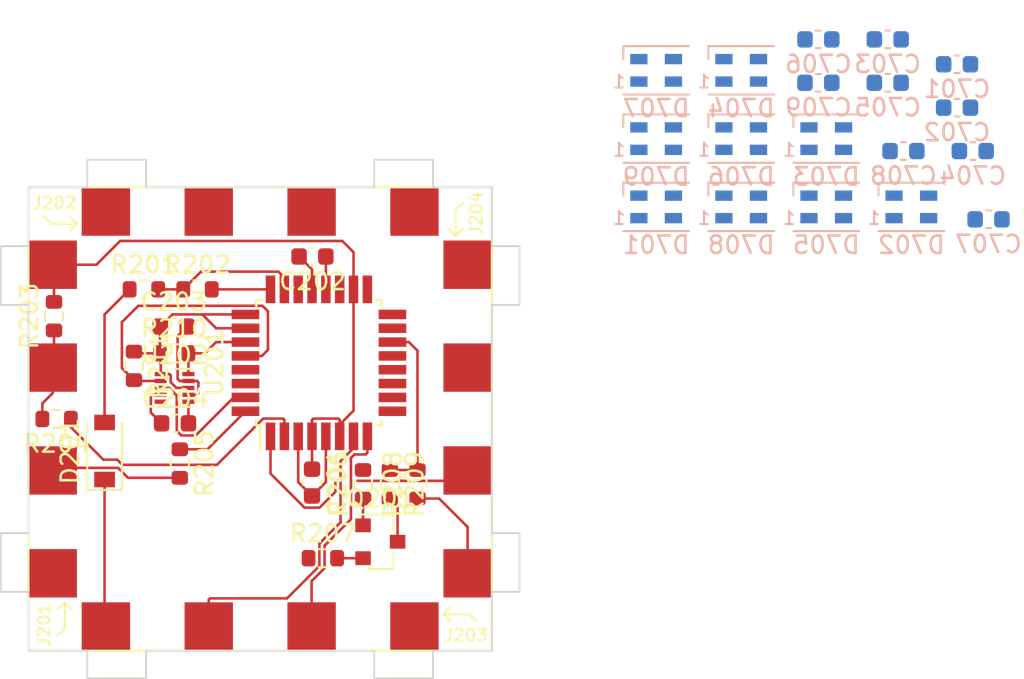
<source format=kicad_pcb>
(kicad_pcb (version 20171130) (host pcbnew 5.1.10)

  (general
    (thickness 1.6)
    (drawings 40)
    (tracks 141)
    (zones 0)
    (modules 41)
    (nets 48)
  )

  (page A4)
  (layers
    (0 F.Cu signal)
    (31 B.Cu signal)
    (32 B.Adhes user)
    (33 F.Adhes user)
    (34 B.Paste user)
    (35 F.Paste user)
    (36 B.SilkS user)
    (37 F.SilkS user hide)
    (38 B.Mask user)
    (39 F.Mask user)
    (40 Dwgs.User user)
    (41 Cmts.User user)
    (42 Eco1.User user)
    (43 Eco2.User user)
    (44 Edge.Cuts user)
    (45 Margin user)
    (46 B.CrtYd user)
    (47 F.CrtYd user)
    (48 B.Fab user)
    (49 F.Fab user hide)
  )

  (setup
    (last_trace_width 0.15)
    (user_trace_width 0.15)
    (user_trace_width 0.25)
    (user_trace_width 0.6)
    (trace_clearance 0.15)
    (zone_clearance 0.508)
    (zone_45_only no)
    (trace_min 0.15)
    (via_size 0.5)
    (via_drill 0.3)
    (via_min_size 0.4)
    (via_min_drill 0.3)
    (user_via 0.5 0.3)
    (uvia_size 0.3)
    (uvia_drill 0.1)
    (uvias_allowed no)
    (uvia_min_size 0.2)
    (uvia_min_drill 0.1)
    (edge_width 0.1)
    (segment_width 0.2)
    (pcb_text_width 0.3)
    (pcb_text_size 1.5 1.5)
    (mod_edge_width 0.15)
    (mod_text_size 1 1)
    (mod_text_width 0.15)
    (pad_size 1.524 1.524)
    (pad_drill 0.762)
    (pad_to_mask_clearance 0)
    (aux_axis_origin 0 0)
    (visible_elements FFFFFF7F)
    (pcbplotparams
      (layerselection 0x010fc_ffffffff)
      (usegerberextensions false)
      (usegerberattributes true)
      (usegerberadvancedattributes true)
      (creategerberjobfile true)
      (excludeedgelayer true)
      (linewidth 0.100000)
      (plotframeref false)
      (viasonmask false)
      (mode 1)
      (useauxorigin false)
      (hpglpennumber 1)
      (hpglpenspeed 20)
      (hpglpendiameter 15.000000)
      (psnegative false)
      (psa4output false)
      (plotreference true)
      (plotvalue true)
      (plotinvisibletext false)
      (padsonsilk false)
      (subtractmaskfromsilk false)
      (outputformat 1)
      (mirror false)
      (drillshape 1)
      (scaleselection 1)
      (outputdirectory ""))
  )

  (net 0 "")
  (net 1 GND)
  (net 2 VCPU)
  (net 3 "Net-(C202-Pad1)")
  (net 4 VAUX)
  (net 5 "Net-(C204-Pad1)")
  (net 6 VLED)
  (net 7 "Net-(D201-Pad2)")
  (net 8 +BATT)
  (net 9 "Net-(D701-Pad1)")
  (net 10 /led_substring_digital/DIN)
  (net 11 "Net-(D702-Pad1)")
  (net 12 "Net-(D702-Pad3)")
  (net 13 "Net-(D703-Pad1)")
  (net 14 "Net-(D703-Pad3)")
  (net 15 "Net-(D704-Pad1)")
  (net 16 "Net-(D705-Pad1)")
  (net 17 "Net-(D706-Pad1)")
  (net 18 /LED_DOUT)
  (net 19 /USB_DM)
  (net 20 /USB_DP)
  (net 21 "Net-(J202-Pad2)")
  (net 22 /~VLED_EN)
  (net 23 /~CHG_ACTIVE)
  (net 24 /~BTN)
  (net 25 VBUS)
  (net 26 "Net-(Q201-Pad1)")
  (net 27 /BATT_SENSE)
  (net 28 /~BATT_SENSE_EN)
  (net 29 /MCU_DM)
  (net 30 /MCU_DP)
  (net 31 /LED_DIN)
  (net 32 /VBUS_SENSE)
  (net 33 /AXL_SDA)
  (net 34 /AXL_SCL)
  (net 35 /~RESET)
  (net 36 "Net-(U201-Pad22)")
  (net 37 "Net-(U201-Pad19)")
  (net 38 /AXL_INT2)
  (net 39 /AXL_INT1)
  (net 40 "Net-(U201-Pad17)")
  (net 41 "Net-(U201-Pad16)")
  (net 42 "Net-(U201-Pad15)")
  (net 43 "Net-(U201-Pad13)")
  (net 44 "Net-(U201-Pad12)")
  (net 45 "Net-(U201-Pad30)")
  (net 46 "Net-(U201-Pad11)")
  (net 47 "Net-(U201-Pad10)")

  (net_class Default "This is the default net class."
    (clearance 0.15)
    (trace_width 0.15)
    (via_dia 0.5)
    (via_drill 0.3)
    (uvia_dia 0.3)
    (uvia_drill 0.1)
    (add_net +BATT)
    (add_net /AXL_INT1)
    (add_net /AXL_INT2)
    (add_net /AXL_SCL)
    (add_net /AXL_SDA)
    (add_net /BATT_SENSE)
    (add_net /LED_DIN)
    (add_net /LED_DOUT)
    (add_net /MCU_DM)
    (add_net /MCU_DP)
    (add_net /USB_DM)
    (add_net /USB_DP)
    (add_net /VBUS_SENSE)
    (add_net /led_substring_digital/DIN)
    (add_net /~BATT_SENSE_EN)
    (add_net /~BTN)
    (add_net /~CHG_ACTIVE)
    (add_net /~RESET)
    (add_net /~VLED_EN)
    (add_net GND)
    (add_net "Net-(C202-Pad1)")
    (add_net "Net-(C204-Pad1)")
    (add_net "Net-(D201-Pad2)")
    (add_net "Net-(D701-Pad1)")
    (add_net "Net-(D702-Pad1)")
    (add_net "Net-(D702-Pad3)")
    (add_net "Net-(D703-Pad1)")
    (add_net "Net-(D703-Pad3)")
    (add_net "Net-(D704-Pad1)")
    (add_net "Net-(D705-Pad1)")
    (add_net "Net-(D706-Pad1)")
    (add_net "Net-(J202-Pad2)")
    (add_net "Net-(Q201-Pad1)")
    (add_net "Net-(U201-Pad10)")
    (add_net "Net-(U201-Pad11)")
    (add_net "Net-(U201-Pad12)")
    (add_net "Net-(U201-Pad13)")
    (add_net "Net-(U201-Pad15)")
    (add_net "Net-(U201-Pad16)")
    (add_net "Net-(U201-Pad17)")
    (add_net "Net-(U201-Pad19)")
    (add_net "Net-(U201-Pad22)")
    (add_net "Net-(U201-Pad30)")
    (add_net VAUX)
    (add_net VBUS)
    (add_net VCPU)
    (add_net VLED)
  )

  (net_class Power ""
    (clearance 0.15)
    (trace_width 0.25)
    (via_dia 0.8)
    (via_drill 0.4)
    (uvia_dia 0.3)
    (uvia_drill 0.1)
  )

  (module Capacitor_SMD:C_0603_1608Metric (layer F.Cu) (tedit 5F68FEEE) (tstamp 60E1E9A6)
    (at 143.375 100.3)
    (descr "Capacitor SMD 0603 (1608 Metric), square (rectangular) end terminal, IPC_7351 nominal, (Body size source: IPC-SM-782 page 76, https://www.pcb-3d.com/wordpress/wp-content/uploads/ipc-sm-782a_amendment_1_and_2.pdf), generated with kicad-footprint-generator")
    (tags capacitor)
    (path /604922A2)
    (attr smd)
    (fp_text reference C204 (at 0 -1.43) (layer F.SilkS)
      (effects (font (size 1 1) (thickness 0.15)))
    )
    (fp_text value 100n (at 0 1.43) (layer F.Fab)
      (effects (font (size 1 1) (thickness 0.15)))
    )
    (fp_text user %R (at 0 0) (layer F.Fab)
      (effects (font (size 0.4 0.4) (thickness 0.06)))
    )
    (fp_line (start -0.8 0.4) (end -0.8 -0.4) (layer F.Fab) (width 0.1))
    (fp_line (start -0.8 -0.4) (end 0.8 -0.4) (layer F.Fab) (width 0.1))
    (fp_line (start 0.8 -0.4) (end 0.8 0.4) (layer F.Fab) (width 0.1))
    (fp_line (start 0.8 0.4) (end -0.8 0.4) (layer F.Fab) (width 0.1))
    (fp_line (start -0.14058 -0.51) (end 0.14058 -0.51) (layer F.SilkS) (width 0.12))
    (fp_line (start -0.14058 0.51) (end 0.14058 0.51) (layer F.SilkS) (width 0.12))
    (fp_line (start -1.48 0.73) (end -1.48 -0.73) (layer F.CrtYd) (width 0.05))
    (fp_line (start -1.48 -0.73) (end 1.48 -0.73) (layer F.CrtYd) (width 0.05))
    (fp_line (start 1.48 -0.73) (end 1.48 0.73) (layer F.CrtYd) (width 0.05))
    (fp_line (start 1.48 0.73) (end -1.48 0.73) (layer F.CrtYd) (width 0.05))
    (pad 2 smd roundrect (at 0.775 0) (size 0.9 0.95) (layers F.Cu F.Paste F.Mask) (roundrect_rratio 0.25)
      (net 1 GND))
    (pad 1 smd roundrect (at -0.775 0) (size 0.9 0.95) (layers F.Cu F.Paste F.Mask) (roundrect_rratio 0.25)
      (net 5 "Net-(C204-Pad1)"))
    (model ${KISYS3DMOD}/Capacitor_SMD.3dshapes/C_0603_1608Metric.wrl
      (at (xyz 0 0 0))
      (scale (xyz 1 1 1))
      (rotate (xyz 0 0 0))
    )
  )

  (module Package_QFP:TQFP-32_7x7mm_P0.8mm (layer F.Cu) (tedit 5A02F146) (tstamp 60E1BACC)
    (at 151.7 96.8 90)
    (descr "32-Lead Plastic Thin Quad Flatpack (PT) - 7x7x1.0 mm Body, 2.00 mm [TQFP] (see Microchip Packaging Specification 00000049BS.pdf)")
    (tags "QFP 0.8")
    (path /6069D7A4)
    (attr smd)
    (fp_text reference U201 (at 0 -6.05 90) (layer F.SilkS)
      (effects (font (size 1 1) (thickness 0.15)))
    )
    (fp_text value ATmega328-AU (at 0 6.05 90) (layer F.Fab)
      (effects (font (size 1 1) (thickness 0.15)))
    )
    (fp_text user %R (at 0 0 90) (layer F.Fab)
      (effects (font (size 1 1) (thickness 0.15)))
    )
    (fp_line (start -2.5 -3.5) (end 3.5 -3.5) (layer F.Fab) (width 0.15))
    (fp_line (start 3.5 -3.5) (end 3.5 3.5) (layer F.Fab) (width 0.15))
    (fp_line (start 3.5 3.5) (end -3.5 3.5) (layer F.Fab) (width 0.15))
    (fp_line (start -3.5 3.5) (end -3.5 -2.5) (layer F.Fab) (width 0.15))
    (fp_line (start -3.5 -2.5) (end -2.5 -3.5) (layer F.Fab) (width 0.15))
    (fp_line (start -5.3 -5.3) (end -5.3 5.3) (layer F.CrtYd) (width 0.05))
    (fp_line (start 5.3 -5.3) (end 5.3 5.3) (layer F.CrtYd) (width 0.05))
    (fp_line (start -5.3 -5.3) (end 5.3 -5.3) (layer F.CrtYd) (width 0.05))
    (fp_line (start -5.3 5.3) (end 5.3 5.3) (layer F.CrtYd) (width 0.05))
    (fp_line (start -3.625 -3.625) (end -3.625 -3.4) (layer F.SilkS) (width 0.15))
    (fp_line (start 3.625 -3.625) (end 3.625 -3.3) (layer F.SilkS) (width 0.15))
    (fp_line (start 3.625 3.625) (end 3.625 3.3) (layer F.SilkS) (width 0.15))
    (fp_line (start -3.625 3.625) (end -3.625 3.3) (layer F.SilkS) (width 0.15))
    (fp_line (start -3.625 -3.625) (end -3.3 -3.625) (layer F.SilkS) (width 0.15))
    (fp_line (start -3.625 3.625) (end -3.3 3.625) (layer F.SilkS) (width 0.15))
    (fp_line (start 3.625 3.625) (end 3.3 3.625) (layer F.SilkS) (width 0.15))
    (fp_line (start 3.625 -3.625) (end 3.3 -3.625) (layer F.SilkS) (width 0.15))
    (fp_line (start -3.625 -3.4) (end -5.05 -3.4) (layer F.SilkS) (width 0.15))
    (pad 32 smd rect (at -2.8 -4.25 180) (size 1.6 0.55) (layers F.Cu F.Paste F.Mask)
      (net 30 /MCU_DP))
    (pad 31 smd rect (at -2 -4.25 180) (size 1.6 0.55) (layers F.Cu F.Paste F.Mask)
      (net 39 /AXL_INT1))
    (pad 30 smd rect (at -1.2 -4.25 180) (size 1.6 0.55) (layers F.Cu F.Paste F.Mask)
      (net 45 "Net-(U201-Pad30)"))
    (pad 29 smd rect (at -0.4 -4.25 180) (size 1.6 0.55) (layers F.Cu F.Paste F.Mask)
      (net 35 /~RESET))
    (pad 28 smd rect (at 0.4 -4.25 180) (size 1.6 0.55) (layers F.Cu F.Paste F.Mask)
      (net 34 /AXL_SCL))
    (pad 27 smd rect (at 1.2 -4.25 180) (size 1.6 0.55) (layers F.Cu F.Paste F.Mask)
      (net 33 /AXL_SDA))
    (pad 26 smd rect (at 2 -4.25 180) (size 1.6 0.55) (layers F.Cu F.Paste F.Mask)
      (net 4 VAUX))
    (pad 25 smd rect (at 2.8 -4.25 180) (size 1.6 0.55) (layers F.Cu F.Paste F.Mask)
      (net 4 VAUX))
    (pad 24 smd rect (at 4.25 -2.8 90) (size 1.6 0.55) (layers F.Cu F.Paste F.Mask)
      (net 28 /~BATT_SENSE_EN))
    (pad 23 smd rect (at 4.25 -2 90) (size 1.6 0.55) (layers F.Cu F.Paste F.Mask)
      (net 27 /BATT_SENSE))
    (pad 22 smd rect (at 4.25 -1.2 90) (size 1.6 0.55) (layers F.Cu F.Paste F.Mask)
      (net 36 "Net-(U201-Pad22)"))
    (pad 21 smd rect (at 4.25 -0.4 90) (size 1.6 0.55) (layers F.Cu F.Paste F.Mask)
      (net 1 GND))
    (pad 20 smd rect (at 4.25 0.4 90) (size 1.6 0.55) (layers F.Cu F.Paste F.Mask)
      (net 3 "Net-(C202-Pad1)"))
    (pad 19 smd rect (at 4.25 1.2 90) (size 1.6 0.55) (layers F.Cu F.Paste F.Mask)
      (net 37 "Net-(U201-Pad19)"))
    (pad 18 smd rect (at 4.25 2 90) (size 1.6 0.55) (layers F.Cu F.Paste F.Mask)
      (net 2 VCPU))
    (pad 17 smd rect (at 4.25 2.8 90) (size 1.6 0.55) (layers F.Cu F.Paste F.Mask)
      (net 40 "Net-(U201-Pad17)"))
    (pad 16 smd rect (at 2.8 4.25 180) (size 1.6 0.55) (layers F.Cu F.Paste F.Mask)
      (net 41 "Net-(U201-Pad16)"))
    (pad 15 smd rect (at 2 4.25 180) (size 1.6 0.55) (layers F.Cu F.Paste F.Mask)
      (net 42 "Net-(U201-Pad15)"))
    (pad 14 smd rect (at 1.2 4.25 180) (size 1.6 0.55) (layers F.Cu F.Paste F.Mask)
      (net 32 /VBUS_SENSE))
    (pad 13 smd rect (at 0.4 4.25 180) (size 1.6 0.55) (layers F.Cu F.Paste F.Mask)
      (net 43 "Net-(U201-Pad13)"))
    (pad 12 smd rect (at -0.4 4.25 180) (size 1.6 0.55) (layers F.Cu F.Paste F.Mask)
      (net 44 "Net-(U201-Pad12)"))
    (pad 11 smd rect (at -1.2 4.25 180) (size 1.6 0.55) (layers F.Cu F.Paste F.Mask)
      (net 46 "Net-(U201-Pad11)"))
    (pad 10 smd rect (at -2 4.25 180) (size 1.6 0.55) (layers F.Cu F.Paste F.Mask)
      (net 47 "Net-(U201-Pad10)"))
    (pad 9 smd rect (at -2.8 4.25 180) (size 1.6 0.55) (layers F.Cu F.Paste F.Mask)
      (net 31 /LED_DIN))
    (pad 8 smd rect (at -4.25 2.8 90) (size 1.6 0.55) (layers F.Cu F.Paste F.Mask)
      (net 23 /~CHG_ACTIVE))
    (pad 7 smd rect (at -4.25 2 90) (size 1.6 0.55) (layers F.Cu F.Paste F.Mask)
      (net 22 /~VLED_EN))
    (pad 6 smd rect (at -4.25 1.2 90) (size 1.6 0.55) (layers F.Cu F.Paste F.Mask)
      (net 2 VCPU))
    (pad 5 smd rect (at -4.25 0.4 90) (size 1.6 0.55) (layers F.Cu F.Paste F.Mask)
      (net 1 GND))
    (pad 4 smd rect (at -4.25 -0.4 90) (size 1.6 0.55) (layers F.Cu F.Paste F.Mask)
      (net 2 VCPU))
    (pad 3 smd rect (at -4.25 -1.2 90) (size 1.6 0.55) (layers F.Cu F.Paste F.Mask)
      (net 1 GND))
    (pad 2 smd rect (at -4.25 -2 90) (size 1.6 0.55) (layers F.Cu F.Paste F.Mask)
      (net 29 /MCU_DM))
    (pad 1 smd rect (at -4.25 -2.8 90) (size 1.6 0.55) (layers F.Cu F.Paste F.Mask)
      (net 24 /~BTN))
    (model ${KISYS3DMOD}/Package_QFP.3dshapes/TQFP-32_7x7mm_P0.8mm.wrl
      (at (xyz 0 0 0))
      (scale (xyz 1 1 1))
      (rotate (xyz 0 0 0))
    )
  )

  (module Package_DFN_QFN:DFN-10_2x2mm_P0.4mm (layer F.Cu) (tedit 5EA4BEFE) (tstamp 60E1E8D4)
    (at 143.35 98.25)
    (descr "10-Lead Plastic DFN (2mm x 2mm)  0.40mm pitch")
    (tags "DFN 10 0.4mm")
    (path /60475A27)
    (attr smd)
    (fp_text reference U202 (at 0 -1.9) (layer F.SilkS)
      (effects (font (size 1 1) (thickness 0.15)))
    )
    (fp_text value MMA8653FCR1 (at 0 1.8) (layer F.Fab)
      (effects (font (size 1 1) (thickness 0.15)))
    )
    (fp_text user %R (at 0 0) (layer F.Fab)
      (effects (font (size 0.45 0.45) (thickness 0.05)))
    )
    (fp_line (start -1 -0.5) (end -1 1) (layer F.Fab) (width 0.1))
    (fp_line (start -0.5 -1) (end -1 -0.5) (layer F.Fab) (width 0.1))
    (fp_line (start 1 -1) (end -0.5 -1) (layer F.Fab) (width 0.1))
    (fp_line (start 1 1) (end 1 -1) (layer F.Fab) (width 0.1))
    (fp_line (start 1 1) (end -1 1) (layer F.Fab) (width 0.1))
    (fp_line (start -1.4 1.25) (end 1.4 1.25) (layer F.CrtYd) (width 0.05))
    (fp_line (start 1.4 -1.25) (end -1.4 -1.25) (layer F.CrtYd) (width 0.05))
    (fp_line (start 1 -1.1) (end 0 -1.1) (layer F.SilkS) (width 0.12))
    (fp_line (start -1.4 1.25) (end -1.4 -1.25) (layer F.CrtYd) (width 0.05))
    (fp_line (start 1.4 -1.25) (end 1.4 1.25) (layer F.CrtYd) (width 0.05))
    (fp_line (start 1 1.1) (end -1 1.1) (layer F.SilkS) (width 0.12))
    (pad 10 smd rect (at 0.8 -0.8) (size 0.7 0.25) (layers F.Cu F.Paste F.Mask)
      (net 33 /AXL_SDA))
    (pad 9 smd rect (at 0.8 -0.4) (size 0.7 0.25) (layers F.Cu F.Paste F.Mask)
      (net 1 GND))
    (pad 8 smd rect (at 0.8 0) (size 0.7 0.25) (layers F.Cu F.Paste F.Mask)
      (net 4 VAUX))
    (pad 7 smd rect (at 0.8 0.4) (size 0.7 0.25) (layers F.Cu F.Paste F.Mask)
      (net 1 GND))
    (pad 6 smd rect (at 0.8 0.8) (size 0.7 0.25) (layers F.Cu F.Paste F.Mask)
      (net 1 GND))
    (pad 5 smd rect (at -0.8 0.8) (size 0.7 0.25) (layers F.Cu F.Paste F.Mask)
      (net 38 /AXL_INT2))
    (pad 4 smd rect (at -0.8 0.4) (size 0.7 0.25) (layers F.Cu F.Paste F.Mask)
      (net 5 "Net-(C204-Pad1)"))
    (pad 3 smd rect (at -0.8 0) (size 0.7 0.25) (layers F.Cu F.Paste F.Mask)
      (net 39 /AXL_INT1))
    (pad 2 smd rect (at -0.8 -0.4) (size 0.7 0.25) (layers F.Cu F.Paste F.Mask)
      (net 34 /AXL_SCL))
    (pad 1 smd rect (at -0.8 -0.8) (size 0.7 0.25) (layers F.Cu F.Paste F.Mask)
      (net 4 VAUX))
    (model ${KISYS3DMOD}/Package_DFN_QFN.3dshapes/DFN-10_2x2mm_P0.4mm.wrl
      (at (xyz 0 0 0))
      (scale (xyz 1 1 1))
      (rotate (xyz 0 0 0))
    )
  )

  (module Resistor_SMD:R_0603_1608Metric (layer F.Cu) (tedit 5F68FEEE) (tstamp 60E1E916)
    (at 141 96.975 270)
    (descr "Resistor SMD 0603 (1608 Metric), square (rectangular) end terminal, IPC_7351 nominal, (Body size source: IPC-SM-782 page 72, https://www.pcb-3d.com/wordpress/wp-content/uploads/ipc-sm-782a_amendment_1_and_2.pdf), generated with kicad-footprint-generator")
    (tags resistor)
    (path /604CA988)
    (attr smd)
    (fp_text reference R211 (at 0 -1.43 90) (layer F.SilkS)
      (effects (font (size 1 1) (thickness 0.15)))
    )
    (fp_text value 4k7 (at 0 1.43 90) (layer F.Fab)
      (effects (font (size 1 1) (thickness 0.15)))
    )
    (fp_text user %R (at 0 0 90) (layer F.Fab)
      (effects (font (size 0.4 0.4) (thickness 0.06)))
    )
    (fp_line (start -0.8 0.4125) (end -0.8 -0.4125) (layer F.Fab) (width 0.1))
    (fp_line (start -0.8 -0.4125) (end 0.8 -0.4125) (layer F.Fab) (width 0.1))
    (fp_line (start 0.8 -0.4125) (end 0.8 0.4125) (layer F.Fab) (width 0.1))
    (fp_line (start 0.8 0.4125) (end -0.8 0.4125) (layer F.Fab) (width 0.1))
    (fp_line (start -0.237258 -0.5225) (end 0.237258 -0.5225) (layer F.SilkS) (width 0.12))
    (fp_line (start -0.237258 0.5225) (end 0.237258 0.5225) (layer F.SilkS) (width 0.12))
    (fp_line (start -1.48 0.73) (end -1.48 -0.73) (layer F.CrtYd) (width 0.05))
    (fp_line (start -1.48 -0.73) (end 1.48 -0.73) (layer F.CrtYd) (width 0.05))
    (fp_line (start 1.48 -0.73) (end 1.48 0.73) (layer F.CrtYd) (width 0.05))
    (fp_line (start 1.48 0.73) (end -1.48 0.73) (layer F.CrtYd) (width 0.05))
    (pad 2 smd roundrect (at 0.825 0 270) (size 0.8 0.95) (layers F.Cu F.Paste F.Mask) (roundrect_rratio 0.25)
      (net 34 /AXL_SCL))
    (pad 1 smd roundrect (at -0.825 0 270) (size 0.8 0.95) (layers F.Cu F.Paste F.Mask) (roundrect_rratio 0.25)
      (net 4 VAUX))
    (model ${KISYS3DMOD}/Resistor_SMD.3dshapes/R_0603_1608Metric.wrl
      (at (xyz 0 0 0))
      (scale (xyz 1 1 1))
      (rotate (xyz 0 0 0))
    )
  )

  (module Resistor_SMD:R_0603_1608Metric (layer F.Cu) (tedit 5F68FEEE) (tstamp 60E1E946)
    (at 143.325 96.25)
    (descr "Resistor SMD 0603 (1608 Metric), square (rectangular) end terminal, IPC_7351 nominal, (Body size source: IPC-SM-782 page 72, https://www.pcb-3d.com/wordpress/wp-content/uploads/ipc-sm-782a_amendment_1_and_2.pdf), generated with kicad-footprint-generator")
    (tags resistor)
    (path /604C8E82)
    (attr smd)
    (fp_text reference R210 (at 0 -1.43) (layer F.SilkS)
      (effects (font (size 1 1) (thickness 0.15)))
    )
    (fp_text value 4k7 (at 0 1.43) (layer F.Fab)
      (effects (font (size 1 1) (thickness 0.15)))
    )
    (fp_text user %R (at 0 0) (layer F.Fab)
      (effects (font (size 0.4 0.4) (thickness 0.06)))
    )
    (fp_line (start -0.8 0.4125) (end -0.8 -0.4125) (layer F.Fab) (width 0.1))
    (fp_line (start -0.8 -0.4125) (end 0.8 -0.4125) (layer F.Fab) (width 0.1))
    (fp_line (start 0.8 -0.4125) (end 0.8 0.4125) (layer F.Fab) (width 0.1))
    (fp_line (start 0.8 0.4125) (end -0.8 0.4125) (layer F.Fab) (width 0.1))
    (fp_line (start -0.237258 -0.5225) (end 0.237258 -0.5225) (layer F.SilkS) (width 0.12))
    (fp_line (start -0.237258 0.5225) (end 0.237258 0.5225) (layer F.SilkS) (width 0.12))
    (fp_line (start -1.48 0.73) (end -1.48 -0.73) (layer F.CrtYd) (width 0.05))
    (fp_line (start -1.48 -0.73) (end 1.48 -0.73) (layer F.CrtYd) (width 0.05))
    (fp_line (start 1.48 -0.73) (end 1.48 0.73) (layer F.CrtYd) (width 0.05))
    (fp_line (start 1.48 0.73) (end -1.48 0.73) (layer F.CrtYd) (width 0.05))
    (pad 2 smd roundrect (at 0.825 0) (size 0.8 0.95) (layers F.Cu F.Paste F.Mask) (roundrect_rratio 0.25)
      (net 33 /AXL_SDA))
    (pad 1 smd roundrect (at -0.825 0) (size 0.8 0.95) (layers F.Cu F.Paste F.Mask) (roundrect_rratio 0.25)
      (net 4 VAUX))
    (model ${KISYS3DMOD}/Resistor_SMD.3dshapes/R_0603_1608Metric.wrl
      (at (xyz 0 0 0))
      (scale (xyz 1 1 1))
      (rotate (xyz 0 0 0))
    )
  )

  (module Resistor_SMD:R_0603_1608Metric (layer F.Cu) (tedit 5F68FEEE) (tstamp 60E1BA1F)
    (at 155.8 103.825 270)
    (descr "Resistor SMD 0603 (1608 Metric), square (rectangular) end terminal, IPC_7351 nominal, (Body size source: IPC-SM-782 page 72, https://www.pcb-3d.com/wordpress/wp-content/uploads/ipc-sm-782a_amendment_1_and_2.pdf), generated with kicad-footprint-generator")
    (tags resistor)
    (path /609779A0)
    (attr smd)
    (fp_text reference R209 (at 0 -1.43 90) (layer F.SilkS)
      (effects (font (size 1 1) (thickness 0.15)))
    )
    (fp_text value 10k (at 0 1.43 90) (layer F.Fab)
      (effects (font (size 1 1) (thickness 0.15)))
    )
    (fp_text user %R (at 0 0 90) (layer F.Fab)
      (effects (font (size 0.4 0.4) (thickness 0.06)))
    )
    (fp_line (start -0.8 0.4125) (end -0.8 -0.4125) (layer F.Fab) (width 0.1))
    (fp_line (start -0.8 -0.4125) (end 0.8 -0.4125) (layer F.Fab) (width 0.1))
    (fp_line (start 0.8 -0.4125) (end 0.8 0.4125) (layer F.Fab) (width 0.1))
    (fp_line (start 0.8 0.4125) (end -0.8 0.4125) (layer F.Fab) (width 0.1))
    (fp_line (start -0.237258 -0.5225) (end 0.237258 -0.5225) (layer F.SilkS) (width 0.12))
    (fp_line (start -0.237258 0.5225) (end 0.237258 0.5225) (layer F.SilkS) (width 0.12))
    (fp_line (start -1.48 0.73) (end -1.48 -0.73) (layer F.CrtYd) (width 0.05))
    (fp_line (start -1.48 -0.73) (end 1.48 -0.73) (layer F.CrtYd) (width 0.05))
    (fp_line (start 1.48 -0.73) (end 1.48 0.73) (layer F.CrtYd) (width 0.05))
    (fp_line (start 1.48 0.73) (end -1.48 0.73) (layer F.CrtYd) (width 0.05))
    (pad 2 smd roundrect (at 0.825 0 270) (size 0.8 0.95) (layers F.Cu F.Paste F.Mask) (roundrect_rratio 0.25)
      (net 1 GND))
    (pad 1 smd roundrect (at -0.825 0 270) (size 0.8 0.95) (layers F.Cu F.Paste F.Mask) (roundrect_rratio 0.25)
      (net 32 /VBUS_SENSE))
    (model ${KISYS3DMOD}/Resistor_SMD.3dshapes/R_0603_1608Metric.wrl
      (at (xyz 0 0 0))
      (scale (xyz 1 1 1))
      (rotate (xyz 0 0 0))
    )
  )

  (module Resistor_SMD:R_0603_1608Metric (layer F.Cu) (tedit 5F68FEEE) (tstamp 60E1BA0E)
    (at 157.4 103.825 90)
    (descr "Resistor SMD 0603 (1608 Metric), square (rectangular) end terminal, IPC_7351 nominal, (Body size source: IPC-SM-782 page 72, https://www.pcb-3d.com/wordpress/wp-content/uploads/ipc-sm-782a_amendment_1_and_2.pdf), generated with kicad-footprint-generator")
    (tags resistor)
    (path /60977748)
    (attr smd)
    (fp_text reference R208 (at 0 -1.43 90) (layer F.SilkS)
      (effects (font (size 1 1) (thickness 0.15)))
    )
    (fp_text value 10k (at 0 1.43 90) (layer F.Fab)
      (effects (font (size 1 1) (thickness 0.15)))
    )
    (fp_text user %R (at 0 0 90) (layer F.Fab)
      (effects (font (size 0.4 0.4) (thickness 0.06)))
    )
    (fp_line (start -0.8 0.4125) (end -0.8 -0.4125) (layer F.Fab) (width 0.1))
    (fp_line (start -0.8 -0.4125) (end 0.8 -0.4125) (layer F.Fab) (width 0.1))
    (fp_line (start 0.8 -0.4125) (end 0.8 0.4125) (layer F.Fab) (width 0.1))
    (fp_line (start 0.8 0.4125) (end -0.8 0.4125) (layer F.Fab) (width 0.1))
    (fp_line (start -0.237258 -0.5225) (end 0.237258 -0.5225) (layer F.SilkS) (width 0.12))
    (fp_line (start -0.237258 0.5225) (end 0.237258 0.5225) (layer F.SilkS) (width 0.12))
    (fp_line (start -1.48 0.73) (end -1.48 -0.73) (layer F.CrtYd) (width 0.05))
    (fp_line (start -1.48 -0.73) (end 1.48 -0.73) (layer F.CrtYd) (width 0.05))
    (fp_line (start 1.48 -0.73) (end 1.48 0.73) (layer F.CrtYd) (width 0.05))
    (fp_line (start 1.48 0.73) (end -1.48 0.73) (layer F.CrtYd) (width 0.05))
    (pad 2 smd roundrect (at 0.825 0 90) (size 0.8 0.95) (layers F.Cu F.Paste F.Mask) (roundrect_rratio 0.25)
      (net 32 /VBUS_SENSE))
    (pad 1 smd roundrect (at -0.825 0 90) (size 0.8 0.95) (layers F.Cu F.Paste F.Mask) (roundrect_rratio 0.25)
      (net 25 VBUS))
    (model ${KISYS3DMOD}/Resistor_SMD.3dshapes/R_0603_1608Metric.wrl
      (at (xyz 0 0 0))
      (scale (xyz 1 1 1))
      (rotate (xyz 0 0 0))
    )
  )

  (module Resistor_SMD:R_0603_1608Metric (layer F.Cu) (tedit 5F68FEEE) (tstamp 60E1B9FD)
    (at 151.925 108.1)
    (descr "Resistor SMD 0603 (1608 Metric), square (rectangular) end terminal, IPC_7351 nominal, (Body size source: IPC-SM-782 page 72, https://www.pcb-3d.com/wordpress/wp-content/uploads/ipc-sm-782a_amendment_1_and_2.pdf), generated with kicad-footprint-generator")
    (tags resistor)
    (path /605638B8)
    (attr smd)
    (fp_text reference R207 (at 0 -1.43) (layer F.SilkS)
      (effects (font (size 1 1) (thickness 0.15)))
    )
    (fp_text value 10k (at 0 1.43) (layer F.Fab)
      (effects (font (size 1 1) (thickness 0.15)))
    )
    (fp_text user %R (at 0 0) (layer F.Fab)
      (effects (font (size 0.4 0.4) (thickness 0.06)))
    )
    (fp_line (start -0.8 0.4125) (end -0.8 -0.4125) (layer F.Fab) (width 0.1))
    (fp_line (start -0.8 -0.4125) (end 0.8 -0.4125) (layer F.Fab) (width 0.1))
    (fp_line (start 0.8 -0.4125) (end 0.8 0.4125) (layer F.Fab) (width 0.1))
    (fp_line (start 0.8 0.4125) (end -0.8 0.4125) (layer F.Fab) (width 0.1))
    (fp_line (start -0.237258 -0.5225) (end 0.237258 -0.5225) (layer F.SilkS) (width 0.12))
    (fp_line (start -0.237258 0.5225) (end 0.237258 0.5225) (layer F.SilkS) (width 0.12))
    (fp_line (start -1.48 0.73) (end -1.48 -0.73) (layer F.CrtYd) (width 0.05))
    (fp_line (start -1.48 -0.73) (end 1.48 -0.73) (layer F.CrtYd) (width 0.05))
    (fp_line (start 1.48 -0.73) (end 1.48 0.73) (layer F.CrtYd) (width 0.05))
    (fp_line (start 1.48 0.73) (end -1.48 0.73) (layer F.CrtYd) (width 0.05))
    (pad 2 smd roundrect (at 0.825 0) (size 0.8 0.95) (layers F.Cu F.Paste F.Mask) (roundrect_rratio 0.25)
      (net 10 /led_substring_digital/DIN))
    (pad 1 smd roundrect (at -0.825 0) (size 0.8 0.95) (layers F.Cu F.Paste F.Mask) (roundrect_rratio 0.25)
      (net 6 VLED))
    (model ${KISYS3DMOD}/Resistor_SMD.3dshapes/R_0603_1608Metric.wrl
      (at (xyz 0 0 0))
      (scale (xyz 1 1 1))
      (rotate (xyz 0 0 0))
    )
  )

  (module Resistor_SMD:R_0603_1608Metric (layer F.Cu) (tedit 5F68FEEE) (tstamp 60E1B9EC)
    (at 154.25 103.825 90)
    (descr "Resistor SMD 0603 (1608 Metric), square (rectangular) end terminal, IPC_7351 nominal, (Body size source: IPC-SM-782 page 72, https://www.pcb-3d.com/wordpress/wp-content/uploads/ipc-sm-782a_amendment_1_and_2.pdf), generated with kicad-footprint-generator")
    (tags resistor)
    (path /6057230C)
    (attr smd)
    (fp_text reference R206 (at 0 -1.43 90) (layer F.SilkS)
      (effects (font (size 1 1) (thickness 0.15)))
    )
    (fp_text value 10k (at 0 1.43 90) (layer F.Fab)
      (effects (font (size 1 1) (thickness 0.15)))
    )
    (fp_text user %R (at 0 0 90) (layer F.Fab)
      (effects (font (size 0.4 0.4) (thickness 0.06)))
    )
    (fp_line (start -0.8 0.4125) (end -0.8 -0.4125) (layer F.Fab) (width 0.1))
    (fp_line (start -0.8 -0.4125) (end 0.8 -0.4125) (layer F.Fab) (width 0.1))
    (fp_line (start 0.8 -0.4125) (end 0.8 0.4125) (layer F.Fab) (width 0.1))
    (fp_line (start 0.8 0.4125) (end -0.8 0.4125) (layer F.Fab) (width 0.1))
    (fp_line (start -0.237258 -0.5225) (end 0.237258 -0.5225) (layer F.SilkS) (width 0.12))
    (fp_line (start -0.237258 0.5225) (end 0.237258 0.5225) (layer F.SilkS) (width 0.12))
    (fp_line (start -1.48 0.73) (end -1.48 -0.73) (layer F.CrtYd) (width 0.05))
    (fp_line (start -1.48 -0.73) (end 1.48 -0.73) (layer F.CrtYd) (width 0.05))
    (fp_line (start 1.48 -0.73) (end 1.48 0.73) (layer F.CrtYd) (width 0.05))
    (fp_line (start 1.48 0.73) (end -1.48 0.73) (layer F.CrtYd) (width 0.05))
    (pad 2 smd roundrect (at 0.825 0 90) (size 0.8 0.95) (layers F.Cu F.Paste F.Mask) (roundrect_rratio 0.25)
      (net 31 /LED_DIN))
    (pad 1 smd roundrect (at -0.825 0 90) (size 0.8 0.95) (layers F.Cu F.Paste F.Mask) (roundrect_rratio 0.25)
      (net 26 "Net-(Q201-Pad1)"))
    (model ${KISYS3DMOD}/Resistor_SMD.3dshapes/R_0603_1608Metric.wrl
      (at (xyz 0 0 0))
      (scale (xyz 1 1 1))
      (rotate (xyz 0 0 0))
    )
  )

  (module Resistor_SMD:R_0603_1608Metric (layer F.Cu) (tedit 5F68FEEE) (tstamp 60E1B9DB)
    (at 143.65 102.625 270)
    (descr "Resistor SMD 0603 (1608 Metric), square (rectangular) end terminal, IPC_7351 nominal, (Body size source: IPC-SM-782 page 72, https://www.pcb-3d.com/wordpress/wp-content/uploads/ipc-sm-782a_amendment_1_and_2.pdf), generated with kicad-footprint-generator")
    (tags resistor)
    (path /606F6593)
    (attr smd)
    (fp_text reference R205 (at 0 -1.43 90) (layer F.SilkS)
      (effects (font (size 1 1) (thickness 0.15)))
    )
    (fp_text value 68 (at 0 1.43 90) (layer F.Fab)
      (effects (font (size 1 1) (thickness 0.15)))
    )
    (fp_text user %R (at 0 0 90) (layer F.Fab)
      (effects (font (size 0.4 0.4) (thickness 0.06)))
    )
    (fp_line (start -0.8 0.4125) (end -0.8 -0.4125) (layer F.Fab) (width 0.1))
    (fp_line (start -0.8 -0.4125) (end 0.8 -0.4125) (layer F.Fab) (width 0.1))
    (fp_line (start 0.8 -0.4125) (end 0.8 0.4125) (layer F.Fab) (width 0.1))
    (fp_line (start 0.8 0.4125) (end -0.8 0.4125) (layer F.Fab) (width 0.1))
    (fp_line (start -0.237258 -0.5225) (end 0.237258 -0.5225) (layer F.SilkS) (width 0.12))
    (fp_line (start -0.237258 0.5225) (end 0.237258 0.5225) (layer F.SilkS) (width 0.12))
    (fp_line (start -1.48 0.73) (end -1.48 -0.73) (layer F.CrtYd) (width 0.05))
    (fp_line (start -1.48 -0.73) (end 1.48 -0.73) (layer F.CrtYd) (width 0.05))
    (fp_line (start 1.48 -0.73) (end 1.48 0.73) (layer F.CrtYd) (width 0.05))
    (fp_line (start 1.48 0.73) (end -1.48 0.73) (layer F.CrtYd) (width 0.05))
    (pad 2 smd roundrect (at 0.825 0 270) (size 0.8 0.95) (layers F.Cu F.Paste F.Mask) (roundrect_rratio 0.25)
      (net 20 /USB_DP))
    (pad 1 smd roundrect (at -0.825 0 270) (size 0.8 0.95) (layers F.Cu F.Paste F.Mask) (roundrect_rratio 0.25)
      (net 30 /MCU_DP))
    (model ${KISYS3DMOD}/Resistor_SMD.3dshapes/R_0603_1608Metric.wrl
      (at (xyz 0 0 0))
      (scale (xyz 1 1 1))
      (rotate (xyz 0 0 0))
    )
  )

  (module Resistor_SMD:R_0603_1608Metric (layer F.Cu) (tedit 5F68FEEE) (tstamp 60E1B9CA)
    (at 136.525 100.05 180)
    (descr "Resistor SMD 0603 (1608 Metric), square (rectangular) end terminal, IPC_7351 nominal, (Body size source: IPC-SM-782 page 72, https://www.pcb-3d.com/wordpress/wp-content/uploads/ipc-sm-782a_amendment_1_and_2.pdf), generated with kicad-footprint-generator")
    (tags resistor)
    (path /606F658C)
    (attr smd)
    (fp_text reference R204 (at 0 -1.43) (layer F.SilkS)
      (effects (font (size 1 1) (thickness 0.15)))
    )
    (fp_text value 68 (at 0 1.43) (layer F.Fab)
      (effects (font (size 1 1) (thickness 0.15)))
    )
    (fp_text user %R (at 0 0) (layer F.Fab)
      (effects (font (size 0.4 0.4) (thickness 0.06)))
    )
    (fp_line (start -0.8 0.4125) (end -0.8 -0.4125) (layer F.Fab) (width 0.1))
    (fp_line (start -0.8 -0.4125) (end 0.8 -0.4125) (layer F.Fab) (width 0.1))
    (fp_line (start 0.8 -0.4125) (end 0.8 0.4125) (layer F.Fab) (width 0.1))
    (fp_line (start 0.8 0.4125) (end -0.8 0.4125) (layer F.Fab) (width 0.1))
    (fp_line (start -0.237258 -0.5225) (end 0.237258 -0.5225) (layer F.SilkS) (width 0.12))
    (fp_line (start -0.237258 0.5225) (end 0.237258 0.5225) (layer F.SilkS) (width 0.12))
    (fp_line (start -1.48 0.73) (end -1.48 -0.73) (layer F.CrtYd) (width 0.05))
    (fp_line (start -1.48 -0.73) (end 1.48 -0.73) (layer F.CrtYd) (width 0.05))
    (fp_line (start 1.48 -0.73) (end 1.48 0.73) (layer F.CrtYd) (width 0.05))
    (fp_line (start 1.48 0.73) (end -1.48 0.73) (layer F.CrtYd) (width 0.05))
    (pad 2 smd roundrect (at 0.825 0 180) (size 0.8 0.95) (layers F.Cu F.Paste F.Mask) (roundrect_rratio 0.25)
      (net 19 /USB_DM))
    (pad 1 smd roundrect (at -0.825 0 180) (size 0.8 0.95) (layers F.Cu F.Paste F.Mask) (roundrect_rratio 0.25)
      (net 29 /MCU_DM))
    (model ${KISYS3DMOD}/Resistor_SMD.3dshapes/R_0603_1608Metric.wrl
      (at (xyz 0 0 0))
      (scale (xyz 1 1 1))
      (rotate (xyz 0 0 0))
    )
  )

  (module Resistor_SMD:R_0603_1608Metric (layer F.Cu) (tedit 5F68FEEE) (tstamp 60E1B9B9)
    (at 136.375 94.1 90)
    (descr "Resistor SMD 0603 (1608 Metric), square (rectangular) end terminal, IPC_7351 nominal, (Body size source: IPC-SM-782 page 72, https://www.pcb-3d.com/wordpress/wp-content/uploads/ipc-sm-782a_amendment_1_and_2.pdf), generated with kicad-footprint-generator")
    (tags resistor)
    (path /606F6585)
    (attr smd)
    (fp_text reference R203 (at 0 -1.43 90) (layer F.SilkS)
      (effects (font (size 1 1) (thickness 0.15)))
    )
    (fp_text value 1k5 (at 0 1.43 90) (layer F.Fab)
      (effects (font (size 1 1) (thickness 0.15)))
    )
    (fp_text user %R (at 0 0 90) (layer F.Fab)
      (effects (font (size 0.4 0.4) (thickness 0.06)))
    )
    (fp_line (start -0.8 0.4125) (end -0.8 -0.4125) (layer F.Fab) (width 0.1))
    (fp_line (start -0.8 -0.4125) (end 0.8 -0.4125) (layer F.Fab) (width 0.1))
    (fp_line (start 0.8 -0.4125) (end 0.8 0.4125) (layer F.Fab) (width 0.1))
    (fp_line (start 0.8 0.4125) (end -0.8 0.4125) (layer F.Fab) (width 0.1))
    (fp_line (start -0.237258 -0.5225) (end 0.237258 -0.5225) (layer F.SilkS) (width 0.12))
    (fp_line (start -0.237258 0.5225) (end 0.237258 0.5225) (layer F.SilkS) (width 0.12))
    (fp_line (start -1.48 0.73) (end -1.48 -0.73) (layer F.CrtYd) (width 0.05))
    (fp_line (start -1.48 -0.73) (end 1.48 -0.73) (layer F.CrtYd) (width 0.05))
    (fp_line (start 1.48 -0.73) (end 1.48 0.73) (layer F.CrtYd) (width 0.05))
    (fp_line (start 1.48 0.73) (end -1.48 0.73) (layer F.CrtYd) (width 0.05))
    (pad 2 smd roundrect (at 0.825 0 90) (size 0.8 0.95) (layers F.Cu F.Paste F.Mask) (roundrect_rratio 0.25)
      (net 2 VCPU))
    (pad 1 smd roundrect (at -0.825 0 90) (size 0.8 0.95) (layers F.Cu F.Paste F.Mask) (roundrect_rratio 0.25)
      (net 19 /USB_DM))
    (model ${KISYS3DMOD}/Resistor_SMD.3dshapes/R_0603_1608Metric.wrl
      (at (xyz 0 0 0))
      (scale (xyz 1 1 1))
      (rotate (xyz 0 0 0))
    )
  )

  (module Resistor_SMD:R_0603_1608Metric (layer F.Cu) (tedit 5F68FEEE) (tstamp 60E1B9A8)
    (at 144.675 92.55)
    (descr "Resistor SMD 0603 (1608 Metric), square (rectangular) end terminal, IPC_7351 nominal, (Body size source: IPC-SM-782 page 72, https://www.pcb-3d.com/wordpress/wp-content/uploads/ipc-sm-782a_amendment_1_and_2.pdf), generated with kicad-footprint-generator")
    (tags resistor)
    (path /607CDD97)
    (attr smd)
    (fp_text reference R202 (at 0 -1.43) (layer F.SilkS)
      (effects (font (size 1 1) (thickness 0.15)))
    )
    (fp_text value 1k5 (at 0 1.43) (layer F.Fab)
      (effects (font (size 1 1) (thickness 0.15)))
    )
    (fp_text user %R (at 0 0) (layer F.Fab)
      (effects (font (size 0.4 0.4) (thickness 0.06)))
    )
    (fp_line (start -0.8 0.4125) (end -0.8 -0.4125) (layer F.Fab) (width 0.1))
    (fp_line (start -0.8 -0.4125) (end 0.8 -0.4125) (layer F.Fab) (width 0.1))
    (fp_line (start 0.8 -0.4125) (end 0.8 0.4125) (layer F.Fab) (width 0.1))
    (fp_line (start 0.8 0.4125) (end -0.8 0.4125) (layer F.Fab) (width 0.1))
    (fp_line (start -0.237258 -0.5225) (end 0.237258 -0.5225) (layer F.SilkS) (width 0.12))
    (fp_line (start -0.237258 0.5225) (end 0.237258 0.5225) (layer F.SilkS) (width 0.12))
    (fp_line (start -1.48 0.73) (end -1.48 -0.73) (layer F.CrtYd) (width 0.05))
    (fp_line (start -1.48 -0.73) (end 1.48 -0.73) (layer F.CrtYd) (width 0.05))
    (fp_line (start 1.48 -0.73) (end 1.48 0.73) (layer F.CrtYd) (width 0.05))
    (fp_line (start 1.48 0.73) (end -1.48 0.73) (layer F.CrtYd) (width 0.05))
    (pad 2 smd roundrect (at 0.825 0) (size 0.8 0.95) (layers F.Cu F.Paste F.Mask) (roundrect_rratio 0.25)
      (net 28 /~BATT_SENSE_EN))
    (pad 1 smd roundrect (at -0.825 0) (size 0.8 0.95) (layers F.Cu F.Paste F.Mask) (roundrect_rratio 0.25)
      (net 27 /BATT_SENSE))
    (model ${KISYS3DMOD}/Resistor_SMD.3dshapes/R_0603_1608Metric.wrl
      (at (xyz 0 0 0))
      (scale (xyz 1 1 1))
      (rotate (xyz 0 0 0))
    )
  )

  (module Resistor_SMD:R_0603_1608Metric (layer F.Cu) (tedit 5F68FEEE) (tstamp 60E1B997)
    (at 141.575 92.55)
    (descr "Resistor SMD 0603 (1608 Metric), square (rectangular) end terminal, IPC_7351 nominal, (Body size source: IPC-SM-782 page 72, https://www.pcb-3d.com/wordpress/wp-content/uploads/ipc-sm-782a_amendment_1_and_2.pdf), generated with kicad-footprint-generator")
    (tags resistor)
    (path /607CD9FE)
    (attr smd)
    (fp_text reference R201 (at 0 -1.43) (layer F.SilkS)
      (effects (font (size 1 1) (thickness 0.15)))
    )
    (fp_text value 1k5 (at 0 1.43) (layer F.Fab)
      (effects (font (size 1 1) (thickness 0.15)))
    )
    (fp_text user %R (at 0 0) (layer F.Fab)
      (effects (font (size 0.4 0.4) (thickness 0.06)))
    )
    (fp_line (start -0.8 0.4125) (end -0.8 -0.4125) (layer F.Fab) (width 0.1))
    (fp_line (start -0.8 -0.4125) (end 0.8 -0.4125) (layer F.Fab) (width 0.1))
    (fp_line (start 0.8 -0.4125) (end 0.8 0.4125) (layer F.Fab) (width 0.1))
    (fp_line (start 0.8 0.4125) (end -0.8 0.4125) (layer F.Fab) (width 0.1))
    (fp_line (start -0.237258 -0.5225) (end 0.237258 -0.5225) (layer F.SilkS) (width 0.12))
    (fp_line (start -0.237258 0.5225) (end 0.237258 0.5225) (layer F.SilkS) (width 0.12))
    (fp_line (start -1.48 0.73) (end -1.48 -0.73) (layer F.CrtYd) (width 0.05))
    (fp_line (start -1.48 -0.73) (end 1.48 -0.73) (layer F.CrtYd) (width 0.05))
    (fp_line (start 1.48 -0.73) (end 1.48 0.73) (layer F.CrtYd) (width 0.05))
    (fp_line (start 1.48 0.73) (end -1.48 0.73) (layer F.CrtYd) (width 0.05))
    (pad 2 smd roundrect (at 0.825 0) (size 0.8 0.95) (layers F.Cu F.Paste F.Mask) (roundrect_rratio 0.25)
      (net 27 /BATT_SENSE))
    (pad 1 smd roundrect (at -0.825 0) (size 0.8 0.95) (layers F.Cu F.Paste F.Mask) (roundrect_rratio 0.25)
      (net 7 "Net-(D201-Pad2)"))
    (model ${KISYS3DMOD}/Resistor_SMD.3dshapes/R_0603_1608Metric.wrl
      (at (xyz 0 0 0))
      (scale (xyz 1 1 1))
      (rotate (xyz 0 0 0))
    )
  )

  (module Package_TO_SOT_SMD:SOT-23 (layer F.Cu) (tedit 5A02FF57) (tstamp 60E1B986)
    (at 155.25 107.15)
    (descr "SOT-23, Standard")
    (tags SOT-23)
    (path /6055E5C0)
    (attr smd)
    (fp_text reference Q201 (at 0 -2.5) (layer F.SilkS)
      (effects (font (size 1 1) (thickness 0.15)))
    )
    (fp_text value Q_NPN_BCE (at 0 2.5) (layer F.Fab)
      (effects (font (size 1 1) (thickness 0.15)))
    )
    (fp_text user %R (at 0 0 90) (layer F.Fab)
      (effects (font (size 0.5 0.5) (thickness 0.075)))
    )
    (fp_line (start -0.7 -0.95) (end -0.7 1.5) (layer F.Fab) (width 0.1))
    (fp_line (start -0.15 -1.52) (end 0.7 -1.52) (layer F.Fab) (width 0.1))
    (fp_line (start -0.7 -0.95) (end -0.15 -1.52) (layer F.Fab) (width 0.1))
    (fp_line (start 0.7 -1.52) (end 0.7 1.52) (layer F.Fab) (width 0.1))
    (fp_line (start -0.7 1.52) (end 0.7 1.52) (layer F.Fab) (width 0.1))
    (fp_line (start 0.76 1.58) (end 0.76 0.65) (layer F.SilkS) (width 0.12))
    (fp_line (start 0.76 -1.58) (end 0.76 -0.65) (layer F.SilkS) (width 0.12))
    (fp_line (start -1.7 -1.75) (end 1.7 -1.75) (layer F.CrtYd) (width 0.05))
    (fp_line (start 1.7 -1.75) (end 1.7 1.75) (layer F.CrtYd) (width 0.05))
    (fp_line (start 1.7 1.75) (end -1.7 1.75) (layer F.CrtYd) (width 0.05))
    (fp_line (start -1.7 1.75) (end -1.7 -1.75) (layer F.CrtYd) (width 0.05))
    (fp_line (start 0.76 -1.58) (end -1.4 -1.58) (layer F.SilkS) (width 0.12))
    (fp_line (start 0.76 1.58) (end -0.7 1.58) (layer F.SilkS) (width 0.12))
    (pad 3 smd rect (at 1 0) (size 0.9 0.8) (layers F.Cu F.Paste F.Mask)
      (net 1 GND))
    (pad 2 smd rect (at -1 0.95) (size 0.9 0.8) (layers F.Cu F.Paste F.Mask)
      (net 10 /led_substring_digital/DIN))
    (pad 1 smd rect (at -1 -0.95) (size 0.9 0.8) (layers F.Cu F.Paste F.Mask)
      (net 26 "Net-(Q201-Pad1)"))
    (model ${KISYS3DMOD}/Package_TO_SOT_SMD.3dshapes/SOT-23.wrl
      (at (xyz 0 0 0))
      (scale (xyz 1 1 1))
      (rotate (xyz 0 0 0))
    )
  )

  (module leddie_parts:leddie_edgecon (layer F.Cu) (tedit 604DCD87) (tstamp 60E1B971)
    (at 160.2 100.05)
    (path /60536A7E)
    (fp_text reference J204 (at 0.6 -11.9 90) (layer F.SilkS)
      (effects (font (size 0.7 0.7) (thickness 0.12)))
    )
    (fp_text value edgecon_right (at 2.5 7.6 90) (layer F.Fab)
      (effects (font (size 1 1) (thickness 0.15)))
    )
    (fp_text user "2.95 mm pad, 3 mm spacing" (at 4.3 2.1 90) (layer Cmts.User) hide
      (effects (font (size 1 1) (thickness 0.15)))
    )
    (fp_line (start 1.3 -7.45) (end 1.3 -4.45) (layer Cmts.User) (width 0.12))
    (fp_line (start 1.2 -10.4) (end 1.2 -7.45) (layer Cmts.User) (width 0.12))
    (fp_line (start 1.3 -13.4) (end 1.3 -10.4) (layer Cmts.User) (width 0.12))
    (fp_line (start 1.5 -13.4) (end 1.5 13.4) (layer F.SilkS) (width 0.12))
    (fp_line (start -0.2 -12.5) (end -0.6 -12.1) (layer F.SilkS) (width 0.12))
    (fp_line (start -0.6 -12.1) (end -0.6 -10.6) (layer F.SilkS) (width 0.12))
    (fp_line (start -0.6 -10.6) (end -1 -11) (layer F.SilkS) (width 0.12))
    (fp_line (start -0.6 -10.6) (end -0.2 -11) (layer F.SilkS) (width 0.12))
    (pad 3 smd rect (at 0.1 2.975) (size 2.8 2.8) (layers F.Cu F.Paste F.Mask)
      (net 24 /~BTN))
    (pad 4 smd rect (at 0.1 8.925) (size 2.8 2.8) (layers F.Cu F.Paste F.Mask)
      (net 25 VBUS))
    (pad 2 smd rect (at 0.1 -2.975) (size 2.8 2.8) (layers F.Cu F.Paste F.Mask)
      (net 1 GND))
    (pad 1 smd rect (at 0.1 -8.925) (size 2.8 2.8) (layers F.Cu F.Paste F.Mask)
      (net 1 GND))
  )

  (module leddie_parts:leddie_edgecon (layer F.Cu) (tedit 604DCD87) (tstamp 60E1B960)
    (at 148.3 111.95 270)
    (path /60536A90)
    (fp_text reference J203 (at 0.6 -11.9) (layer F.SilkS)
      (effects (font (size 0.7 0.7) (thickness 0.12)))
    )
    (fp_text value edgecon_bottom (at 2.5 7.6) (layer F.Fab)
      (effects (font (size 1 1) (thickness 0.15)))
    )
    (fp_text user "2.95 mm pad, 3 mm spacing" (at 4.3 2.1) (layer Cmts.User) hide
      (effects (font (size 1 1) (thickness 0.15)))
    )
    (fp_line (start 1.3 -7.45) (end 1.3 -4.45) (layer Cmts.User) (width 0.12))
    (fp_line (start 1.2 -10.4) (end 1.2 -7.45) (layer Cmts.User) (width 0.12))
    (fp_line (start 1.3 -13.4) (end 1.3 -10.4) (layer Cmts.User) (width 0.12))
    (fp_line (start 1.5 -13.4) (end 1.5 13.4) (layer F.SilkS) (width 0.12))
    (fp_line (start -0.2 -12.5) (end -0.6 -12.1) (layer F.SilkS) (width 0.12))
    (fp_line (start -0.6 -12.1) (end -0.6 -10.6) (layer F.SilkS) (width 0.12))
    (fp_line (start -0.6 -10.6) (end -1 -11) (layer F.SilkS) (width 0.12))
    (fp_line (start -0.6 -10.6) (end -0.2 -11) (layer F.SilkS) (width 0.12))
    (pad 3 smd rect (at 0.1 2.975 270) (size 2.8 2.8) (layers F.Cu F.Paste F.Mask)
      (net 22 /~VLED_EN))
    (pad 4 smd rect (at 0.1 8.925 270) (size 2.8 2.8) (layers F.Cu F.Paste F.Mask)
      (net 8 +BATT))
    (pad 2 smd rect (at 0.1 -2.975 270) (size 2.8 2.8) (layers F.Cu F.Paste F.Mask)
      (net 23 /~CHG_ACTIVE))
    (pad 1 smd rect (at 0.1 -8.925 270) (size 2.8 2.8) (layers F.Cu F.Paste F.Mask)
      (net 1 GND))
  )

  (module leddie_parts:leddie_edgecon (layer F.Cu) (tedit 604DCD87) (tstamp 60E1CFCF)
    (at 148.3 88.15 90)
    (path /60536A84)
    (fp_text reference J202 (at 0.6 -11.9) (layer F.SilkS)
      (effects (font (size 0.7 0.7) (thickness 0.12)))
    )
    (fp_text value edgecon_top (at 2.5 7.6) (layer F.Fab)
      (effects (font (size 1 1) (thickness 0.15)))
    )
    (fp_text user "2.95 mm pad, 3 mm spacing" (at 4.3 2.1) (layer Cmts.User) hide
      (effects (font (size 1 1) (thickness 0.15)))
    )
    (fp_line (start 1.3 -7.45) (end 1.3 -4.45) (layer Cmts.User) (width 0.12))
    (fp_line (start 1.2 -10.4) (end 1.2 -7.45) (layer Cmts.User) (width 0.12))
    (fp_line (start 1.3 -13.4) (end 1.3 -10.4) (layer Cmts.User) (width 0.12))
    (fp_line (start 1.5 -13.4) (end 1.5 13.4) (layer F.SilkS) (width 0.12))
    (fp_line (start -0.2 -12.5) (end -0.6 -12.1) (layer F.SilkS) (width 0.12))
    (fp_line (start -0.6 -12.1) (end -0.6 -10.6) (layer F.SilkS) (width 0.12))
    (fp_line (start -0.6 -10.6) (end -1 -11) (layer F.SilkS) (width 0.12))
    (fp_line (start -0.6 -10.6) (end -0.2 -11) (layer F.SilkS) (width 0.12))
    (pad 3 smd rect (at 0.1 2.975 90) (size 2.8 2.8) (layers F.Cu F.Paste F.Mask)
      (net 18 /LED_DOUT))
    (pad 4 smd rect (at 0.1 8.925 90) (size 2.8 2.8) (layers F.Cu F.Paste F.Mask)
      (net 6 VLED))
    (pad 2 smd rect (at 0.1 -2.975 90) (size 2.8 2.8) (layers F.Cu F.Paste F.Mask)
      (net 21 "Net-(J202-Pad2)"))
    (pad 1 smd rect (at 0.1 -8.925 90) (size 2.8 2.8) (layers F.Cu F.Paste F.Mask)
      (net 1 GND))
  )

  (module leddie_parts:leddie_edgecon (layer F.Cu) (tedit 604DCD87) (tstamp 60E1B93E)
    (at 136.4 100.05 180)
    (path /60536A8A)
    (fp_text reference J201 (at 0.6 -11.9 90) (layer F.SilkS)
      (effects (font (size 0.7 0.7) (thickness 0.12)))
    )
    (fp_text value edgecon_left (at 2.5 7.6 90) (layer F.Fab)
      (effects (font (size 1 1) (thickness 0.15)))
    )
    (fp_text user "2.95 mm pad, 3 mm spacing" (at 4.3 2.1 90) (layer Cmts.User) hide
      (effects (font (size 1 1) (thickness 0.15)))
    )
    (fp_line (start 1.3 -7.45) (end 1.3 -4.45) (layer Cmts.User) (width 0.12))
    (fp_line (start 1.2 -10.4) (end 1.2 -7.45) (layer Cmts.User) (width 0.12))
    (fp_line (start 1.3 -13.4) (end 1.3 -10.4) (layer Cmts.User) (width 0.12))
    (fp_line (start 1.5 -13.4) (end 1.5 13.4) (layer F.SilkS) (width 0.12))
    (fp_line (start -0.2 -12.5) (end -0.6 -12.1) (layer F.SilkS) (width 0.12))
    (fp_line (start -0.6 -12.1) (end -0.6 -10.6) (layer F.SilkS) (width 0.12))
    (fp_line (start -0.6 -10.6) (end -1 -11) (layer F.SilkS) (width 0.12))
    (fp_line (start -0.6 -10.6) (end -0.2 -11) (layer F.SilkS) (width 0.12))
    (pad 3 smd rect (at 0.1 2.975 180) (size 2.8 2.8) (layers F.Cu F.Paste F.Mask)
      (net 19 /USB_DM))
    (pad 4 smd rect (at 0.1 8.925 180) (size 2.8 2.8) (layers F.Cu F.Paste F.Mask)
      (net 2 VCPU))
    (pad 2 smd rect (at 0.1 -2.975 180) (size 2.8 2.8) (layers F.Cu F.Paste F.Mask)
      (net 20 /USB_DP))
    (pad 1 smd rect (at 0.1 -8.925 180) (size 2.8 2.8) (layers F.Cu F.Paste F.Mask)
      (net 1 GND))
  )

  (module LED_SMD:LED_SK6805_PLCC4_2.4x2.7mm_P1.3mm (layer B.Cu) (tedit 5AA4B1EE) (tstamp 60E1B92D)
    (at 171.205 83.83)
    (descr https://cdn-shop.adafruit.com/product-files/3484/3484_Datasheet.pdf)
    (tags "LED RGB NeoPixel Nano")
    (path /606A056C/605D0E99)
    (attr smd)
    (fp_text reference D709 (at 0 2.2) (layer B.SilkS)
      (effects (font (size 1 1) (thickness 0.15)) (justify mirror))
    )
    (fp_text value SK6805 (at 0 -2.7) (layer B.Fab)
      (effects (font (size 1 1) (thickness 0.15)) (justify mirror))
    )
    (fp_text user %R (at 0 0) (layer B.Fab)
      (effects (font (size 0.4 0.4) (thickness 0.08)) (justify mirror))
    )
    (fp_text user 1 (at -2.15 0.65) (layer B.SilkS)
      (effects (font (size 0.75 0.75) (thickness 0.12)) (justify mirror))
    )
    (fp_line (start 1.75 1.45) (end -1.75 1.45) (layer B.CrtYd) (width 0.05))
    (fp_line (start 1.75 -1.45) (end 1.75 1.45) (layer B.CrtYd) (width 0.05))
    (fp_line (start -1.75 -1.45) (end 1.75 -1.45) (layer B.CrtYd) (width 0.05))
    (fp_line (start -1.75 1.45) (end -1.75 -1.45) (layer B.CrtYd) (width 0.05))
    (fp_line (start -1.35 -0.6) (end -0.75 -1.2) (layer B.Fab) (width 0.1))
    (fp_line (start -1.35 1.2) (end -1.35 -1.2) (layer B.Fab) (width 0.1))
    (fp_line (start -1.35 -1.2) (end 1.35 -1.2) (layer B.Fab) (width 0.1))
    (fp_line (start 1.35 -1.2) (end 1.35 1.2) (layer B.Fab) (width 0.1))
    (fp_line (start 1.35 1.2) (end -1.35 1.2) (layer B.Fab) (width 0.1))
    (fp_line (start -1.9 1.4) (end 1.9 1.4) (layer B.SilkS) (width 0.12))
    (fp_line (start -1.9 -1.4) (end 1.9 -1.4) (layer B.SilkS) (width 0.12))
    (fp_line (start -1.9 -1.4) (end -1.9 -0.65) (layer B.SilkS) (width 0.12))
    (fp_circle (center 0 0) (end 0 1) (layer B.Fab) (width 0.1))
    (pad 1 smd rect (at -1 0.65) (size 1 0.6) (layers B.Cu B.Paste B.Mask)
      (net 18 /LED_DOUT))
    (pad 2 smd rect (at -1 -0.65) (size 1 0.6) (layers B.Cu B.Paste B.Mask)
      (net 1 GND))
    (pad 4 smd rect (at 1 0.65) (size 1 0.6) (layers B.Cu B.Paste B.Mask)
      (net 6 VLED))
    (pad 3 smd rect (at 1 -0.65) (size 1 0.6) (layers B.Cu B.Paste B.Mask)
      (net 17 "Net-(D706-Pad1)"))
    (model ${KISYS3DMOD}/LED_SMD.3dshapes/LED_SK6805_PLCC4_2.4x2.7mm_P1.3mm.wrl
      (at (xyz 0 0 0))
      (scale (xyz 1 1 1))
      (rotate (xyz 0 0 0))
    )
  )

  (module LED_SMD:LED_SK6805_PLCC4_2.4x2.7mm_P1.3mm (layer B.Cu) (tedit 5AA4B1EE) (tstamp 60E1B916)
    (at 176.125 87.78)
    (descr https://cdn-shop.adafruit.com/product-files/3484/3484_Datasheet.pdf)
    (tags "LED RGB NeoPixel Nano")
    (path /606A056C/605BB090)
    (attr smd)
    (fp_text reference D708 (at 0 2.2) (layer B.SilkS)
      (effects (font (size 1 1) (thickness 0.15)) (justify mirror))
    )
    (fp_text value SK6805 (at 0 -2.7) (layer B.Fab)
      (effects (font (size 1 1) (thickness 0.15)) (justify mirror))
    )
    (fp_text user %R (at 0 0) (layer B.Fab)
      (effects (font (size 0.4 0.4) (thickness 0.08)) (justify mirror))
    )
    (fp_text user 1 (at -2.15 0.65) (layer B.SilkS)
      (effects (font (size 0.75 0.75) (thickness 0.12)) (justify mirror))
    )
    (fp_line (start 1.75 1.45) (end -1.75 1.45) (layer B.CrtYd) (width 0.05))
    (fp_line (start 1.75 -1.45) (end 1.75 1.45) (layer B.CrtYd) (width 0.05))
    (fp_line (start -1.75 -1.45) (end 1.75 -1.45) (layer B.CrtYd) (width 0.05))
    (fp_line (start -1.75 1.45) (end -1.75 -1.45) (layer B.CrtYd) (width 0.05))
    (fp_line (start -1.35 -0.6) (end -0.75 -1.2) (layer B.Fab) (width 0.1))
    (fp_line (start -1.35 1.2) (end -1.35 -1.2) (layer B.Fab) (width 0.1))
    (fp_line (start -1.35 -1.2) (end 1.35 -1.2) (layer B.Fab) (width 0.1))
    (fp_line (start 1.35 -1.2) (end 1.35 1.2) (layer B.Fab) (width 0.1))
    (fp_line (start 1.35 1.2) (end -1.35 1.2) (layer B.Fab) (width 0.1))
    (fp_line (start -1.9 1.4) (end 1.9 1.4) (layer B.SilkS) (width 0.12))
    (fp_line (start -1.9 -1.4) (end 1.9 -1.4) (layer B.SilkS) (width 0.12))
    (fp_line (start -1.9 -1.4) (end -1.9 -0.65) (layer B.SilkS) (width 0.12))
    (fp_circle (center 0 0) (end 0 1) (layer B.Fab) (width 0.1))
    (pad 1 smd rect (at -1 0.65) (size 1 0.6) (layers B.Cu B.Paste B.Mask)
      (net 14 "Net-(D703-Pad3)"))
    (pad 2 smd rect (at -1 -0.65) (size 1 0.6) (layers B.Cu B.Paste B.Mask)
      (net 1 GND))
    (pad 4 smd rect (at 1 0.65) (size 1 0.6) (layers B.Cu B.Paste B.Mask)
      (net 6 VLED))
    (pad 3 smd rect (at 1 -0.65) (size 1 0.6) (layers B.Cu B.Paste B.Mask)
      (net 16 "Net-(D705-Pad1)"))
    (model ${KISYS3DMOD}/LED_SMD.3dshapes/LED_SK6805_PLCC4_2.4x2.7mm_P1.3mm.wrl
      (at (xyz 0 0 0))
      (scale (xyz 1 1 1))
      (rotate (xyz 0 0 0))
    )
  )

  (module LED_SMD:LED_SK6805_PLCC4_2.4x2.7mm_P1.3mm (layer B.Cu) (tedit 5AA4B1EE) (tstamp 60E1B8FF)
    (at 171.205 79.88)
    (descr https://cdn-shop.adafruit.com/product-files/3484/3484_Datasheet.pdf)
    (tags "LED RGB NeoPixel Nano")
    (path /606A056C/6059DA5A)
    (attr smd)
    (fp_text reference D707 (at 0 2.2) (layer B.SilkS)
      (effects (font (size 1 1) (thickness 0.15)) (justify mirror))
    )
    (fp_text value SK6805 (at 0 -2.7) (layer B.Fab)
      (effects (font (size 1 1) (thickness 0.15)) (justify mirror))
    )
    (fp_text user %R (at 0 0) (layer B.Fab)
      (effects (font (size 0.4 0.4) (thickness 0.08)) (justify mirror))
    )
    (fp_text user 1 (at -2.15 0.65) (layer B.SilkS)
      (effects (font (size 0.75 0.75) (thickness 0.12)) (justify mirror))
    )
    (fp_line (start 1.75 1.45) (end -1.75 1.45) (layer B.CrtYd) (width 0.05))
    (fp_line (start 1.75 -1.45) (end 1.75 1.45) (layer B.CrtYd) (width 0.05))
    (fp_line (start -1.75 -1.45) (end 1.75 -1.45) (layer B.CrtYd) (width 0.05))
    (fp_line (start -1.75 1.45) (end -1.75 -1.45) (layer B.CrtYd) (width 0.05))
    (fp_line (start -1.35 -0.6) (end -0.75 -1.2) (layer B.Fab) (width 0.1))
    (fp_line (start -1.35 1.2) (end -1.35 -1.2) (layer B.Fab) (width 0.1))
    (fp_line (start -1.35 -1.2) (end 1.35 -1.2) (layer B.Fab) (width 0.1))
    (fp_line (start 1.35 -1.2) (end 1.35 1.2) (layer B.Fab) (width 0.1))
    (fp_line (start 1.35 1.2) (end -1.35 1.2) (layer B.Fab) (width 0.1))
    (fp_line (start -1.9 1.4) (end 1.9 1.4) (layer B.SilkS) (width 0.12))
    (fp_line (start -1.9 -1.4) (end 1.9 -1.4) (layer B.SilkS) (width 0.12))
    (fp_line (start -1.9 -1.4) (end -1.9 -0.65) (layer B.SilkS) (width 0.12))
    (fp_circle (center 0 0) (end 0 1) (layer B.Fab) (width 0.1))
    (pad 1 smd rect (at -1 0.65) (size 1 0.6) (layers B.Cu B.Paste B.Mask)
      (net 12 "Net-(D702-Pad3)"))
    (pad 2 smd rect (at -1 -0.65) (size 1 0.6) (layers B.Cu B.Paste B.Mask)
      (net 1 GND))
    (pad 4 smd rect (at 1 0.65) (size 1 0.6) (layers B.Cu B.Paste B.Mask)
      (net 6 VLED))
    (pad 3 smd rect (at 1 -0.65) (size 1 0.6) (layers B.Cu B.Paste B.Mask)
      (net 15 "Net-(D704-Pad1)"))
    (model ${KISYS3DMOD}/LED_SMD.3dshapes/LED_SK6805_PLCC4_2.4x2.7mm_P1.3mm.wrl
      (at (xyz 0 0 0))
      (scale (xyz 1 1 1))
      (rotate (xyz 0 0 0))
    )
  )

  (module LED_SMD:LED_SK6805_PLCC4_2.4x2.7mm_P1.3mm (layer B.Cu) (tedit 5AA4B1EE) (tstamp 60E1B8E8)
    (at 176.125 83.83)
    (descr https://cdn-shop.adafruit.com/product-files/3484/3484_Datasheet.pdf)
    (tags "LED RGB NeoPixel Nano")
    (path /606A056C/605D0E75)
    (attr smd)
    (fp_text reference D706 (at 0 2.2) (layer B.SilkS)
      (effects (font (size 1 1) (thickness 0.15)) (justify mirror))
    )
    (fp_text value SK6805 (at 0 -2.7) (layer B.Fab)
      (effects (font (size 1 1) (thickness 0.15)) (justify mirror))
    )
    (fp_text user %R (at 0 0) (layer B.Fab)
      (effects (font (size 0.4 0.4) (thickness 0.08)) (justify mirror))
    )
    (fp_text user 1 (at -2.15 0.65) (layer B.SilkS)
      (effects (font (size 0.75 0.75) (thickness 0.12)) (justify mirror))
    )
    (fp_line (start 1.75 1.45) (end -1.75 1.45) (layer B.CrtYd) (width 0.05))
    (fp_line (start 1.75 -1.45) (end 1.75 1.45) (layer B.CrtYd) (width 0.05))
    (fp_line (start -1.75 -1.45) (end 1.75 -1.45) (layer B.CrtYd) (width 0.05))
    (fp_line (start -1.75 1.45) (end -1.75 -1.45) (layer B.CrtYd) (width 0.05))
    (fp_line (start -1.35 -0.6) (end -0.75 -1.2) (layer B.Fab) (width 0.1))
    (fp_line (start -1.35 1.2) (end -1.35 -1.2) (layer B.Fab) (width 0.1))
    (fp_line (start -1.35 -1.2) (end 1.35 -1.2) (layer B.Fab) (width 0.1))
    (fp_line (start 1.35 -1.2) (end 1.35 1.2) (layer B.Fab) (width 0.1))
    (fp_line (start 1.35 1.2) (end -1.35 1.2) (layer B.Fab) (width 0.1))
    (fp_line (start -1.9 1.4) (end 1.9 1.4) (layer B.SilkS) (width 0.12))
    (fp_line (start -1.9 -1.4) (end 1.9 -1.4) (layer B.SilkS) (width 0.12))
    (fp_line (start -1.9 -1.4) (end -1.9 -0.65) (layer B.SilkS) (width 0.12))
    (fp_circle (center 0 0) (end 0 1) (layer B.Fab) (width 0.1))
    (pad 1 smd rect (at -1 0.65) (size 1 0.6) (layers B.Cu B.Paste B.Mask)
      (net 17 "Net-(D706-Pad1)"))
    (pad 2 smd rect (at -1 -0.65) (size 1 0.6) (layers B.Cu B.Paste B.Mask)
      (net 1 GND))
    (pad 4 smd rect (at 1 0.65) (size 1 0.6) (layers B.Cu B.Paste B.Mask)
      (net 6 VLED))
    (pad 3 smd rect (at 1 -0.65) (size 1 0.6) (layers B.Cu B.Paste B.Mask)
      (net 13 "Net-(D703-Pad1)"))
    (model ${KISYS3DMOD}/LED_SMD.3dshapes/LED_SK6805_PLCC4_2.4x2.7mm_P1.3mm.wrl
      (at (xyz 0 0 0))
      (scale (xyz 1 1 1))
      (rotate (xyz 0 0 0))
    )
  )

  (module LED_SMD:LED_SK6805_PLCC4_2.4x2.7mm_P1.3mm (layer B.Cu) (tedit 5AA4B1EE) (tstamp 60E1B8D1)
    (at 181.045 87.78)
    (descr https://cdn-shop.adafruit.com/product-files/3484/3484_Datasheet.pdf)
    (tags "LED RGB NeoPixel Nano")
    (path /606A056C/605BB06C)
    (attr smd)
    (fp_text reference D705 (at 0 2.2) (layer B.SilkS)
      (effects (font (size 1 1) (thickness 0.15)) (justify mirror))
    )
    (fp_text value SK6805 (at 0 -2.7) (layer B.Fab)
      (effects (font (size 1 1) (thickness 0.15)) (justify mirror))
    )
    (fp_text user %R (at 0 0) (layer B.Fab)
      (effects (font (size 0.4 0.4) (thickness 0.08)) (justify mirror))
    )
    (fp_text user 1 (at -2.15 0.65) (layer B.SilkS)
      (effects (font (size 0.75 0.75) (thickness 0.12)) (justify mirror))
    )
    (fp_line (start 1.75 1.45) (end -1.75 1.45) (layer B.CrtYd) (width 0.05))
    (fp_line (start 1.75 -1.45) (end 1.75 1.45) (layer B.CrtYd) (width 0.05))
    (fp_line (start -1.75 -1.45) (end 1.75 -1.45) (layer B.CrtYd) (width 0.05))
    (fp_line (start -1.75 1.45) (end -1.75 -1.45) (layer B.CrtYd) (width 0.05))
    (fp_line (start -1.35 -0.6) (end -0.75 -1.2) (layer B.Fab) (width 0.1))
    (fp_line (start -1.35 1.2) (end -1.35 -1.2) (layer B.Fab) (width 0.1))
    (fp_line (start -1.35 -1.2) (end 1.35 -1.2) (layer B.Fab) (width 0.1))
    (fp_line (start 1.35 -1.2) (end 1.35 1.2) (layer B.Fab) (width 0.1))
    (fp_line (start 1.35 1.2) (end -1.35 1.2) (layer B.Fab) (width 0.1))
    (fp_line (start -1.9 1.4) (end 1.9 1.4) (layer B.SilkS) (width 0.12))
    (fp_line (start -1.9 -1.4) (end 1.9 -1.4) (layer B.SilkS) (width 0.12))
    (fp_line (start -1.9 -1.4) (end -1.9 -0.65) (layer B.SilkS) (width 0.12))
    (fp_circle (center 0 0) (end 0 1) (layer B.Fab) (width 0.1))
    (pad 1 smd rect (at -1 0.65) (size 1 0.6) (layers B.Cu B.Paste B.Mask)
      (net 16 "Net-(D705-Pad1)"))
    (pad 2 smd rect (at -1 -0.65) (size 1 0.6) (layers B.Cu B.Paste B.Mask)
      (net 1 GND))
    (pad 4 smd rect (at 1 0.65) (size 1 0.6) (layers B.Cu B.Paste B.Mask)
      (net 6 VLED))
    (pad 3 smd rect (at 1 -0.65) (size 1 0.6) (layers B.Cu B.Paste B.Mask)
      (net 11 "Net-(D702-Pad1)"))
    (model ${KISYS3DMOD}/LED_SMD.3dshapes/LED_SK6805_PLCC4_2.4x2.7mm_P1.3mm.wrl
      (at (xyz 0 0 0))
      (scale (xyz 1 1 1))
      (rotate (xyz 0 0 0))
    )
  )

  (module LED_SMD:LED_SK6805_PLCC4_2.4x2.7mm_P1.3mm (layer B.Cu) (tedit 5AA4B1EE) (tstamp 60E1B8BA)
    (at 176.125 79.88)
    (descr https://cdn-shop.adafruit.com/product-files/3484/3484_Datasheet.pdf)
    (tags "LED RGB NeoPixel Nano")
    (path /606A056C/6059476D)
    (attr smd)
    (fp_text reference D704 (at 0 2.2) (layer B.SilkS)
      (effects (font (size 1 1) (thickness 0.15)) (justify mirror))
    )
    (fp_text value SK6805 (at 0 -2.7) (layer B.Fab)
      (effects (font (size 1 1) (thickness 0.15)) (justify mirror))
    )
    (fp_text user %R (at 0 0) (layer B.Fab)
      (effects (font (size 0.4 0.4) (thickness 0.08)) (justify mirror))
    )
    (fp_text user 1 (at -2.15 0.65) (layer B.SilkS)
      (effects (font (size 0.75 0.75) (thickness 0.12)) (justify mirror))
    )
    (fp_line (start 1.75 1.45) (end -1.75 1.45) (layer B.CrtYd) (width 0.05))
    (fp_line (start 1.75 -1.45) (end 1.75 1.45) (layer B.CrtYd) (width 0.05))
    (fp_line (start -1.75 -1.45) (end 1.75 -1.45) (layer B.CrtYd) (width 0.05))
    (fp_line (start -1.75 1.45) (end -1.75 -1.45) (layer B.CrtYd) (width 0.05))
    (fp_line (start -1.35 -0.6) (end -0.75 -1.2) (layer B.Fab) (width 0.1))
    (fp_line (start -1.35 1.2) (end -1.35 -1.2) (layer B.Fab) (width 0.1))
    (fp_line (start -1.35 -1.2) (end 1.35 -1.2) (layer B.Fab) (width 0.1))
    (fp_line (start 1.35 -1.2) (end 1.35 1.2) (layer B.Fab) (width 0.1))
    (fp_line (start 1.35 1.2) (end -1.35 1.2) (layer B.Fab) (width 0.1))
    (fp_line (start -1.9 1.4) (end 1.9 1.4) (layer B.SilkS) (width 0.12))
    (fp_line (start -1.9 -1.4) (end 1.9 -1.4) (layer B.SilkS) (width 0.12))
    (fp_line (start -1.9 -1.4) (end -1.9 -0.65) (layer B.SilkS) (width 0.12))
    (fp_circle (center 0 0) (end 0 1) (layer B.Fab) (width 0.1))
    (pad 1 smd rect (at -1 0.65) (size 1 0.6) (layers B.Cu B.Paste B.Mask)
      (net 15 "Net-(D704-Pad1)"))
    (pad 2 smd rect (at -1 -0.65) (size 1 0.6) (layers B.Cu B.Paste B.Mask)
      (net 1 GND))
    (pad 4 smd rect (at 1 0.65) (size 1 0.6) (layers B.Cu B.Paste B.Mask)
      (net 6 VLED))
    (pad 3 smd rect (at 1 -0.65) (size 1 0.6) (layers B.Cu B.Paste B.Mask)
      (net 9 "Net-(D701-Pad1)"))
    (model ${KISYS3DMOD}/LED_SMD.3dshapes/LED_SK6805_PLCC4_2.4x2.7mm_P1.3mm.wrl
      (at (xyz 0 0 0))
      (scale (xyz 1 1 1))
      (rotate (xyz 0 0 0))
    )
  )

  (module LED_SMD:LED_SK6805_PLCC4_2.4x2.7mm_P1.3mm (layer B.Cu) (tedit 5AA4B1EE) (tstamp 60E1B8A3)
    (at 181.045 83.83)
    (descr https://cdn-shop.adafruit.com/product-files/3484/3484_Datasheet.pdf)
    (tags "LED RGB NeoPixel Nano")
    (path /606A056C/605D0D05)
    (attr smd)
    (fp_text reference D703 (at 0 2.2) (layer B.SilkS)
      (effects (font (size 1 1) (thickness 0.15)) (justify mirror))
    )
    (fp_text value SK6805 (at 0 -2.7) (layer B.Fab)
      (effects (font (size 1 1) (thickness 0.15)) (justify mirror))
    )
    (fp_text user %R (at 0 0) (layer B.Fab)
      (effects (font (size 0.4 0.4) (thickness 0.08)) (justify mirror))
    )
    (fp_text user 1 (at -2.15 0.65) (layer B.SilkS)
      (effects (font (size 0.75 0.75) (thickness 0.12)) (justify mirror))
    )
    (fp_line (start 1.75 1.45) (end -1.75 1.45) (layer B.CrtYd) (width 0.05))
    (fp_line (start 1.75 -1.45) (end 1.75 1.45) (layer B.CrtYd) (width 0.05))
    (fp_line (start -1.75 -1.45) (end 1.75 -1.45) (layer B.CrtYd) (width 0.05))
    (fp_line (start -1.75 1.45) (end -1.75 -1.45) (layer B.CrtYd) (width 0.05))
    (fp_line (start -1.35 -0.6) (end -0.75 -1.2) (layer B.Fab) (width 0.1))
    (fp_line (start -1.35 1.2) (end -1.35 -1.2) (layer B.Fab) (width 0.1))
    (fp_line (start -1.35 -1.2) (end 1.35 -1.2) (layer B.Fab) (width 0.1))
    (fp_line (start 1.35 -1.2) (end 1.35 1.2) (layer B.Fab) (width 0.1))
    (fp_line (start 1.35 1.2) (end -1.35 1.2) (layer B.Fab) (width 0.1))
    (fp_line (start -1.9 1.4) (end 1.9 1.4) (layer B.SilkS) (width 0.12))
    (fp_line (start -1.9 -1.4) (end 1.9 -1.4) (layer B.SilkS) (width 0.12))
    (fp_line (start -1.9 -1.4) (end -1.9 -0.65) (layer B.SilkS) (width 0.12))
    (fp_circle (center 0 0) (end 0 1) (layer B.Fab) (width 0.1))
    (pad 1 smd rect (at -1 0.65) (size 1 0.6) (layers B.Cu B.Paste B.Mask)
      (net 13 "Net-(D703-Pad1)"))
    (pad 2 smd rect (at -1 -0.65) (size 1 0.6) (layers B.Cu B.Paste B.Mask)
      (net 1 GND))
    (pad 4 smd rect (at 1 0.65) (size 1 0.6) (layers B.Cu B.Paste B.Mask)
      (net 6 VLED))
    (pad 3 smd rect (at 1 -0.65) (size 1 0.6) (layers B.Cu B.Paste B.Mask)
      (net 14 "Net-(D703-Pad3)"))
    (model ${KISYS3DMOD}/LED_SMD.3dshapes/LED_SK6805_PLCC4_2.4x2.7mm_P1.3mm.wrl
      (at (xyz 0 0 0))
      (scale (xyz 1 1 1))
      (rotate (xyz 0 0 0))
    )
  )

  (module LED_SMD:LED_SK6805_PLCC4_2.4x2.7mm_P1.3mm (layer B.Cu) (tedit 5AA4B1EE) (tstamp 60E1B88C)
    (at 185.965 87.78)
    (descr https://cdn-shop.adafruit.com/product-files/3484/3484_Datasheet.pdf)
    (tags "LED RGB NeoPixel Nano")
    (path /606A056C/605BAFB0)
    (attr smd)
    (fp_text reference D702 (at 0 2.2) (layer B.SilkS)
      (effects (font (size 1 1) (thickness 0.15)) (justify mirror))
    )
    (fp_text value SK6805 (at 0 -2.7) (layer B.Fab)
      (effects (font (size 1 1) (thickness 0.15)) (justify mirror))
    )
    (fp_text user %R (at 0 0) (layer B.Fab)
      (effects (font (size 0.4 0.4) (thickness 0.08)) (justify mirror))
    )
    (fp_text user 1 (at -2.15 0.65) (layer B.SilkS)
      (effects (font (size 0.75 0.75) (thickness 0.12)) (justify mirror))
    )
    (fp_line (start 1.75 1.45) (end -1.75 1.45) (layer B.CrtYd) (width 0.05))
    (fp_line (start 1.75 -1.45) (end 1.75 1.45) (layer B.CrtYd) (width 0.05))
    (fp_line (start -1.75 -1.45) (end 1.75 -1.45) (layer B.CrtYd) (width 0.05))
    (fp_line (start -1.75 1.45) (end -1.75 -1.45) (layer B.CrtYd) (width 0.05))
    (fp_line (start -1.35 -0.6) (end -0.75 -1.2) (layer B.Fab) (width 0.1))
    (fp_line (start -1.35 1.2) (end -1.35 -1.2) (layer B.Fab) (width 0.1))
    (fp_line (start -1.35 -1.2) (end 1.35 -1.2) (layer B.Fab) (width 0.1))
    (fp_line (start 1.35 -1.2) (end 1.35 1.2) (layer B.Fab) (width 0.1))
    (fp_line (start 1.35 1.2) (end -1.35 1.2) (layer B.Fab) (width 0.1))
    (fp_line (start -1.9 1.4) (end 1.9 1.4) (layer B.SilkS) (width 0.12))
    (fp_line (start -1.9 -1.4) (end 1.9 -1.4) (layer B.SilkS) (width 0.12))
    (fp_line (start -1.9 -1.4) (end -1.9 -0.65) (layer B.SilkS) (width 0.12))
    (fp_circle (center 0 0) (end 0 1) (layer B.Fab) (width 0.1))
    (pad 1 smd rect (at -1 0.65) (size 1 0.6) (layers B.Cu B.Paste B.Mask)
      (net 11 "Net-(D702-Pad1)"))
    (pad 2 smd rect (at -1 -0.65) (size 1 0.6) (layers B.Cu B.Paste B.Mask)
      (net 1 GND))
    (pad 4 smd rect (at 1 0.65) (size 1 0.6) (layers B.Cu B.Paste B.Mask)
      (net 6 VLED))
    (pad 3 smd rect (at 1 -0.65) (size 1 0.6) (layers B.Cu B.Paste B.Mask)
      (net 12 "Net-(D702-Pad3)"))
    (model ${KISYS3DMOD}/LED_SMD.3dshapes/LED_SK6805_PLCC4_2.4x2.7mm_P1.3mm.wrl
      (at (xyz 0 0 0))
      (scale (xyz 1 1 1))
      (rotate (xyz 0 0 0))
    )
  )

  (module LED_SMD:LED_SK6805_PLCC4_2.4x2.7mm_P1.3mm (layer B.Cu) (tedit 5AA4B1EE) (tstamp 60E1B875)
    (at 171.205 87.78)
    (descr https://cdn-shop.adafruit.com/product-files/3484/3484_Datasheet.pdf)
    (tags "LED RGB NeoPixel Nano")
    (path /606A056C/6058F359)
    (attr smd)
    (fp_text reference D701 (at 0 2.2) (layer B.SilkS)
      (effects (font (size 1 1) (thickness 0.15)) (justify mirror))
    )
    (fp_text value SK6805 (at 0 -2.7) (layer B.Fab)
      (effects (font (size 1 1) (thickness 0.15)) (justify mirror))
    )
    (fp_text user %R (at 0 0) (layer B.Fab)
      (effects (font (size 0.4 0.4) (thickness 0.08)) (justify mirror))
    )
    (fp_text user 1 (at -2.15 0.65) (layer B.SilkS)
      (effects (font (size 0.75 0.75) (thickness 0.12)) (justify mirror))
    )
    (fp_line (start 1.75 1.45) (end -1.75 1.45) (layer B.CrtYd) (width 0.05))
    (fp_line (start 1.75 -1.45) (end 1.75 1.45) (layer B.CrtYd) (width 0.05))
    (fp_line (start -1.75 -1.45) (end 1.75 -1.45) (layer B.CrtYd) (width 0.05))
    (fp_line (start -1.75 1.45) (end -1.75 -1.45) (layer B.CrtYd) (width 0.05))
    (fp_line (start -1.35 -0.6) (end -0.75 -1.2) (layer B.Fab) (width 0.1))
    (fp_line (start -1.35 1.2) (end -1.35 -1.2) (layer B.Fab) (width 0.1))
    (fp_line (start -1.35 -1.2) (end 1.35 -1.2) (layer B.Fab) (width 0.1))
    (fp_line (start 1.35 -1.2) (end 1.35 1.2) (layer B.Fab) (width 0.1))
    (fp_line (start 1.35 1.2) (end -1.35 1.2) (layer B.Fab) (width 0.1))
    (fp_line (start -1.9 1.4) (end 1.9 1.4) (layer B.SilkS) (width 0.12))
    (fp_line (start -1.9 -1.4) (end 1.9 -1.4) (layer B.SilkS) (width 0.12))
    (fp_line (start -1.9 -1.4) (end -1.9 -0.65) (layer B.SilkS) (width 0.12))
    (fp_circle (center 0 0) (end 0 1) (layer B.Fab) (width 0.1))
    (pad 1 smd rect (at -1 0.65) (size 1 0.6) (layers B.Cu B.Paste B.Mask)
      (net 9 "Net-(D701-Pad1)"))
    (pad 2 smd rect (at -1 -0.65) (size 1 0.6) (layers B.Cu B.Paste B.Mask)
      (net 1 GND))
    (pad 4 smd rect (at 1 0.65) (size 1 0.6) (layers B.Cu B.Paste B.Mask)
      (net 6 VLED))
    (pad 3 smd rect (at 1 -0.65) (size 1 0.6) (layers B.Cu B.Paste B.Mask)
      (net 10 /led_substring_digital/DIN))
    (model ${KISYS3DMOD}/LED_SMD.3dshapes/LED_SK6805_PLCC4_2.4x2.7mm_P1.3mm.wrl
      (at (xyz 0 0 0))
      (scale (xyz 1 1 1))
      (rotate (xyz 0 0 0))
    )
  )

  (module Diode_SMD:D_SOD-123 (layer F.Cu) (tedit 58645DC7) (tstamp 60E1B85E)
    (at 139.3 101.9 90)
    (descr SOD-123)
    (tags SOD-123)
    (path /606163B6)
    (attr smd)
    (fp_text reference D201 (at 0 -2 90) (layer F.SilkS)
      (effects (font (size 1 1) (thickness 0.15)))
    )
    (fp_text value 2.4 (at 0 2.1 90) (layer F.Fab)
      (effects (font (size 1 1) (thickness 0.15)))
    )
    (fp_text user %R (at 0 -2 90) (layer F.Fab)
      (effects (font (size 1 1) (thickness 0.15)))
    )
    (fp_line (start -2.25 -1) (end -2.25 1) (layer F.SilkS) (width 0.12))
    (fp_line (start 0.25 0) (end 0.75 0) (layer F.Fab) (width 0.1))
    (fp_line (start 0.25 0.4) (end -0.35 0) (layer F.Fab) (width 0.1))
    (fp_line (start 0.25 -0.4) (end 0.25 0.4) (layer F.Fab) (width 0.1))
    (fp_line (start -0.35 0) (end 0.25 -0.4) (layer F.Fab) (width 0.1))
    (fp_line (start -0.35 0) (end -0.35 0.55) (layer F.Fab) (width 0.1))
    (fp_line (start -0.35 0) (end -0.35 -0.55) (layer F.Fab) (width 0.1))
    (fp_line (start -0.75 0) (end -0.35 0) (layer F.Fab) (width 0.1))
    (fp_line (start -1.4 0.9) (end -1.4 -0.9) (layer F.Fab) (width 0.1))
    (fp_line (start 1.4 0.9) (end -1.4 0.9) (layer F.Fab) (width 0.1))
    (fp_line (start 1.4 -0.9) (end 1.4 0.9) (layer F.Fab) (width 0.1))
    (fp_line (start -1.4 -0.9) (end 1.4 -0.9) (layer F.Fab) (width 0.1))
    (fp_line (start -2.35 -1.15) (end 2.35 -1.15) (layer F.CrtYd) (width 0.05))
    (fp_line (start 2.35 -1.15) (end 2.35 1.15) (layer F.CrtYd) (width 0.05))
    (fp_line (start 2.35 1.15) (end -2.35 1.15) (layer F.CrtYd) (width 0.05))
    (fp_line (start -2.35 -1.15) (end -2.35 1.15) (layer F.CrtYd) (width 0.05))
    (fp_line (start -2.25 1) (end 1.65 1) (layer F.SilkS) (width 0.12))
    (fp_line (start -2.25 -1) (end 1.65 -1) (layer F.SilkS) (width 0.12))
    (pad 2 smd rect (at 1.65 0 90) (size 0.9 1.2) (layers F.Cu F.Paste F.Mask)
      (net 7 "Net-(D201-Pad2)"))
    (pad 1 smd rect (at -1.65 0 90) (size 0.9 1.2) (layers F.Cu F.Paste F.Mask)
      (net 8 +BATT))
    (model ${KISYS3DMOD}/Diode_SMD.3dshapes/D_SOD-123.wrl
      (at (xyz 0 0 0))
      (scale (xyz 1 1 1))
      (rotate (xyz 0 0 0))
    )
  )

  (module Capacitor_SMD:C_0603_1608Metric (layer B.Cu) (tedit 5F68FEEE) (tstamp 60E1B845)
    (at 180.59 80.6)
    (descr "Capacitor SMD 0603 (1608 Metric), square (rectangular) end terminal, IPC_7351 nominal, (Body size source: IPC-SM-782 page 76, https://www.pcb-3d.com/wordpress/wp-content/uploads/ipc-sm-782a_amendment_1_and_2.pdf), generated with kicad-footprint-generator")
    (tags capacitor)
    (path /606A056C/605D0EA3)
    (attr smd)
    (fp_text reference C709 (at 0 1.43) (layer B.SilkS)
      (effects (font (size 1 1) (thickness 0.15)) (justify mirror))
    )
    (fp_text value 100n (at 0 -1.43) (layer B.Fab)
      (effects (font (size 1 1) (thickness 0.15)) (justify mirror))
    )
    (fp_text user %R (at 0 0) (layer B.Fab)
      (effects (font (size 0.4 0.4) (thickness 0.06)) (justify mirror))
    )
    (fp_line (start -0.8 -0.4) (end -0.8 0.4) (layer B.Fab) (width 0.1))
    (fp_line (start -0.8 0.4) (end 0.8 0.4) (layer B.Fab) (width 0.1))
    (fp_line (start 0.8 0.4) (end 0.8 -0.4) (layer B.Fab) (width 0.1))
    (fp_line (start 0.8 -0.4) (end -0.8 -0.4) (layer B.Fab) (width 0.1))
    (fp_line (start -0.14058 0.51) (end 0.14058 0.51) (layer B.SilkS) (width 0.12))
    (fp_line (start -0.14058 -0.51) (end 0.14058 -0.51) (layer B.SilkS) (width 0.12))
    (fp_line (start -1.48 -0.73) (end -1.48 0.73) (layer B.CrtYd) (width 0.05))
    (fp_line (start -1.48 0.73) (end 1.48 0.73) (layer B.CrtYd) (width 0.05))
    (fp_line (start 1.48 0.73) (end 1.48 -0.73) (layer B.CrtYd) (width 0.05))
    (fp_line (start 1.48 -0.73) (end -1.48 -0.73) (layer B.CrtYd) (width 0.05))
    (pad 2 smd roundrect (at 0.775 0) (size 0.9 0.95) (layers B.Cu B.Paste B.Mask) (roundrect_rratio 0.25)
      (net 1 GND))
    (pad 1 smd roundrect (at -0.775 0) (size 0.9 0.95) (layers B.Cu B.Paste B.Mask) (roundrect_rratio 0.25)
      (net 6 VLED))
    (model ${KISYS3DMOD}/Capacitor_SMD.3dshapes/C_0603_1608Metric.wrl
      (at (xyz 0 0 0))
      (scale (xyz 1 1 1))
      (rotate (xyz 0 0 0))
    )
  )

  (module Capacitor_SMD:C_0603_1608Metric (layer B.Cu) (tedit 5F68FEEE) (tstamp 60E1B834)
    (at 185.51 84.55)
    (descr "Capacitor SMD 0603 (1608 Metric), square (rectangular) end terminal, IPC_7351 nominal, (Body size source: IPC-SM-782 page 76, https://www.pcb-3d.com/wordpress/wp-content/uploads/ipc-sm-782a_amendment_1_and_2.pdf), generated with kicad-footprint-generator")
    (tags capacitor)
    (path /606A056C/605BB09A)
    (attr smd)
    (fp_text reference C708 (at 0 1.43) (layer B.SilkS)
      (effects (font (size 1 1) (thickness 0.15)) (justify mirror))
    )
    (fp_text value 100n (at 0 -1.43) (layer B.Fab)
      (effects (font (size 1 1) (thickness 0.15)) (justify mirror))
    )
    (fp_text user %R (at 0 0) (layer B.Fab)
      (effects (font (size 0.4 0.4) (thickness 0.06)) (justify mirror))
    )
    (fp_line (start -0.8 -0.4) (end -0.8 0.4) (layer B.Fab) (width 0.1))
    (fp_line (start -0.8 0.4) (end 0.8 0.4) (layer B.Fab) (width 0.1))
    (fp_line (start 0.8 0.4) (end 0.8 -0.4) (layer B.Fab) (width 0.1))
    (fp_line (start 0.8 -0.4) (end -0.8 -0.4) (layer B.Fab) (width 0.1))
    (fp_line (start -0.14058 0.51) (end 0.14058 0.51) (layer B.SilkS) (width 0.12))
    (fp_line (start -0.14058 -0.51) (end 0.14058 -0.51) (layer B.SilkS) (width 0.12))
    (fp_line (start -1.48 -0.73) (end -1.48 0.73) (layer B.CrtYd) (width 0.05))
    (fp_line (start -1.48 0.73) (end 1.48 0.73) (layer B.CrtYd) (width 0.05))
    (fp_line (start 1.48 0.73) (end 1.48 -0.73) (layer B.CrtYd) (width 0.05))
    (fp_line (start 1.48 -0.73) (end -1.48 -0.73) (layer B.CrtYd) (width 0.05))
    (pad 2 smd roundrect (at 0.775 0) (size 0.9 0.95) (layers B.Cu B.Paste B.Mask) (roundrect_rratio 0.25)
      (net 1 GND))
    (pad 1 smd roundrect (at -0.775 0) (size 0.9 0.95) (layers B.Cu B.Paste B.Mask) (roundrect_rratio 0.25)
      (net 6 VLED))
    (model ${KISYS3DMOD}/Capacitor_SMD.3dshapes/C_0603_1608Metric.wrl
      (at (xyz 0 0 0))
      (scale (xyz 1 1 1))
      (rotate (xyz 0 0 0))
    )
  )

  (module Capacitor_SMD:C_0603_1608Metric (layer B.Cu) (tedit 5F68FEEE) (tstamp 60E1B823)
    (at 190.43 88.5)
    (descr "Capacitor SMD 0603 (1608 Metric), square (rectangular) end terminal, IPC_7351 nominal, (Body size source: IPC-SM-782 page 76, https://www.pcb-3d.com/wordpress/wp-content/uploads/ipc-sm-782a_amendment_1_and_2.pdf), generated with kicad-footprint-generator")
    (tags capacitor)
    (path /606A056C/6059DAEA)
    (attr smd)
    (fp_text reference C707 (at 0 1.43) (layer B.SilkS)
      (effects (font (size 1 1) (thickness 0.15)) (justify mirror))
    )
    (fp_text value 100n (at 0 -1.43) (layer B.Fab)
      (effects (font (size 1 1) (thickness 0.15)) (justify mirror))
    )
    (fp_text user %R (at 0 0) (layer B.Fab)
      (effects (font (size 0.4 0.4) (thickness 0.06)) (justify mirror))
    )
    (fp_line (start -0.8 -0.4) (end -0.8 0.4) (layer B.Fab) (width 0.1))
    (fp_line (start -0.8 0.4) (end 0.8 0.4) (layer B.Fab) (width 0.1))
    (fp_line (start 0.8 0.4) (end 0.8 -0.4) (layer B.Fab) (width 0.1))
    (fp_line (start 0.8 -0.4) (end -0.8 -0.4) (layer B.Fab) (width 0.1))
    (fp_line (start -0.14058 0.51) (end 0.14058 0.51) (layer B.SilkS) (width 0.12))
    (fp_line (start -0.14058 -0.51) (end 0.14058 -0.51) (layer B.SilkS) (width 0.12))
    (fp_line (start -1.48 -0.73) (end -1.48 0.73) (layer B.CrtYd) (width 0.05))
    (fp_line (start -1.48 0.73) (end 1.48 0.73) (layer B.CrtYd) (width 0.05))
    (fp_line (start 1.48 0.73) (end 1.48 -0.73) (layer B.CrtYd) (width 0.05))
    (fp_line (start 1.48 -0.73) (end -1.48 -0.73) (layer B.CrtYd) (width 0.05))
    (pad 2 smd roundrect (at 0.775 0) (size 0.9 0.95) (layers B.Cu B.Paste B.Mask) (roundrect_rratio 0.25)
      (net 1 GND))
    (pad 1 smd roundrect (at -0.775 0) (size 0.9 0.95) (layers B.Cu B.Paste B.Mask) (roundrect_rratio 0.25)
      (net 6 VLED))
    (model ${KISYS3DMOD}/Capacitor_SMD.3dshapes/C_0603_1608Metric.wrl
      (at (xyz 0 0 0))
      (scale (xyz 1 1 1))
      (rotate (xyz 0 0 0))
    )
  )

  (module Capacitor_SMD:C_0603_1608Metric (layer B.Cu) (tedit 5F68FEEE) (tstamp 60E1B812)
    (at 180.59 78.09)
    (descr "Capacitor SMD 0603 (1608 Metric), square (rectangular) end terminal, IPC_7351 nominal, (Body size source: IPC-SM-782 page 76, https://www.pcb-3d.com/wordpress/wp-content/uploads/ipc-sm-782a_amendment_1_and_2.pdf), generated with kicad-footprint-generator")
    (tags capacitor)
    (path /606A056C/605D0E7F)
    (attr smd)
    (fp_text reference C706 (at 0 1.43) (layer B.SilkS)
      (effects (font (size 1 1) (thickness 0.15)) (justify mirror))
    )
    (fp_text value 100n (at 0 -1.43) (layer B.Fab)
      (effects (font (size 1 1) (thickness 0.15)) (justify mirror))
    )
    (fp_text user %R (at 0 0) (layer B.Fab)
      (effects (font (size 0.4 0.4) (thickness 0.06)) (justify mirror))
    )
    (fp_line (start -0.8 -0.4) (end -0.8 0.4) (layer B.Fab) (width 0.1))
    (fp_line (start -0.8 0.4) (end 0.8 0.4) (layer B.Fab) (width 0.1))
    (fp_line (start 0.8 0.4) (end 0.8 -0.4) (layer B.Fab) (width 0.1))
    (fp_line (start 0.8 -0.4) (end -0.8 -0.4) (layer B.Fab) (width 0.1))
    (fp_line (start -0.14058 0.51) (end 0.14058 0.51) (layer B.SilkS) (width 0.12))
    (fp_line (start -0.14058 -0.51) (end 0.14058 -0.51) (layer B.SilkS) (width 0.12))
    (fp_line (start -1.48 -0.73) (end -1.48 0.73) (layer B.CrtYd) (width 0.05))
    (fp_line (start -1.48 0.73) (end 1.48 0.73) (layer B.CrtYd) (width 0.05))
    (fp_line (start 1.48 0.73) (end 1.48 -0.73) (layer B.CrtYd) (width 0.05))
    (fp_line (start 1.48 -0.73) (end -1.48 -0.73) (layer B.CrtYd) (width 0.05))
    (pad 2 smd roundrect (at 0.775 0) (size 0.9 0.95) (layers B.Cu B.Paste B.Mask) (roundrect_rratio 0.25)
      (net 1 GND))
    (pad 1 smd roundrect (at -0.775 0) (size 0.9 0.95) (layers B.Cu B.Paste B.Mask) (roundrect_rratio 0.25)
      (net 6 VLED))
    (model ${KISYS3DMOD}/Capacitor_SMD.3dshapes/C_0603_1608Metric.wrl
      (at (xyz 0 0 0))
      (scale (xyz 1 1 1))
      (rotate (xyz 0 0 0))
    )
  )

  (module Capacitor_SMD:C_0603_1608Metric (layer B.Cu) (tedit 5F68FEEE) (tstamp 60E1B801)
    (at 184.6 80.6)
    (descr "Capacitor SMD 0603 (1608 Metric), square (rectangular) end terminal, IPC_7351 nominal, (Body size source: IPC-SM-782 page 76, https://www.pcb-3d.com/wordpress/wp-content/uploads/ipc-sm-782a_amendment_1_and_2.pdf), generated with kicad-footprint-generator")
    (tags capacitor)
    (path /606A056C/605BB076)
    (attr smd)
    (fp_text reference C705 (at 0 1.43) (layer B.SilkS)
      (effects (font (size 1 1) (thickness 0.15)) (justify mirror))
    )
    (fp_text value 100n (at 0 -1.43) (layer B.Fab)
      (effects (font (size 1 1) (thickness 0.15)) (justify mirror))
    )
    (fp_text user %R (at 0 0) (layer B.Fab)
      (effects (font (size 0.4 0.4) (thickness 0.06)) (justify mirror))
    )
    (fp_line (start -0.8 -0.4) (end -0.8 0.4) (layer B.Fab) (width 0.1))
    (fp_line (start -0.8 0.4) (end 0.8 0.4) (layer B.Fab) (width 0.1))
    (fp_line (start 0.8 0.4) (end 0.8 -0.4) (layer B.Fab) (width 0.1))
    (fp_line (start 0.8 -0.4) (end -0.8 -0.4) (layer B.Fab) (width 0.1))
    (fp_line (start -0.14058 0.51) (end 0.14058 0.51) (layer B.SilkS) (width 0.12))
    (fp_line (start -0.14058 -0.51) (end 0.14058 -0.51) (layer B.SilkS) (width 0.12))
    (fp_line (start -1.48 -0.73) (end -1.48 0.73) (layer B.CrtYd) (width 0.05))
    (fp_line (start -1.48 0.73) (end 1.48 0.73) (layer B.CrtYd) (width 0.05))
    (fp_line (start 1.48 0.73) (end 1.48 -0.73) (layer B.CrtYd) (width 0.05))
    (fp_line (start 1.48 -0.73) (end -1.48 -0.73) (layer B.CrtYd) (width 0.05))
    (pad 2 smd roundrect (at 0.775 0) (size 0.9 0.95) (layers B.Cu B.Paste B.Mask) (roundrect_rratio 0.25)
      (net 1 GND))
    (pad 1 smd roundrect (at -0.775 0) (size 0.9 0.95) (layers B.Cu B.Paste B.Mask) (roundrect_rratio 0.25)
      (net 6 VLED))
    (model ${KISYS3DMOD}/Capacitor_SMD.3dshapes/C_0603_1608Metric.wrl
      (at (xyz 0 0 0))
      (scale (xyz 1 1 1))
      (rotate (xyz 0 0 0))
    )
  )

  (module Capacitor_SMD:C_0603_1608Metric (layer B.Cu) (tedit 5F68FEEE) (tstamp 60E1B7F0)
    (at 189.52 84.55)
    (descr "Capacitor SMD 0603 (1608 Metric), square (rectangular) end terminal, IPC_7351 nominal, (Body size source: IPC-SM-782 page 76, https://www.pcb-3d.com/wordpress/wp-content/uploads/ipc-sm-782a_amendment_1_and_2.pdf), generated with kicad-footprint-generator")
    (tags capacitor)
    (path /606A056C/605947C1)
    (attr smd)
    (fp_text reference C704 (at 0 1.43) (layer B.SilkS)
      (effects (font (size 1 1) (thickness 0.15)) (justify mirror))
    )
    (fp_text value 100n (at 0 -1.43) (layer B.Fab)
      (effects (font (size 1 1) (thickness 0.15)) (justify mirror))
    )
    (fp_text user %R (at 0 0) (layer B.Fab)
      (effects (font (size 0.4 0.4) (thickness 0.06)) (justify mirror))
    )
    (fp_line (start -0.8 -0.4) (end -0.8 0.4) (layer B.Fab) (width 0.1))
    (fp_line (start -0.8 0.4) (end 0.8 0.4) (layer B.Fab) (width 0.1))
    (fp_line (start 0.8 0.4) (end 0.8 -0.4) (layer B.Fab) (width 0.1))
    (fp_line (start 0.8 -0.4) (end -0.8 -0.4) (layer B.Fab) (width 0.1))
    (fp_line (start -0.14058 0.51) (end 0.14058 0.51) (layer B.SilkS) (width 0.12))
    (fp_line (start -0.14058 -0.51) (end 0.14058 -0.51) (layer B.SilkS) (width 0.12))
    (fp_line (start -1.48 -0.73) (end -1.48 0.73) (layer B.CrtYd) (width 0.05))
    (fp_line (start -1.48 0.73) (end 1.48 0.73) (layer B.CrtYd) (width 0.05))
    (fp_line (start 1.48 0.73) (end 1.48 -0.73) (layer B.CrtYd) (width 0.05))
    (fp_line (start 1.48 -0.73) (end -1.48 -0.73) (layer B.CrtYd) (width 0.05))
    (pad 2 smd roundrect (at 0.775 0) (size 0.9 0.95) (layers B.Cu B.Paste B.Mask) (roundrect_rratio 0.25)
      (net 1 GND))
    (pad 1 smd roundrect (at -0.775 0) (size 0.9 0.95) (layers B.Cu B.Paste B.Mask) (roundrect_rratio 0.25)
      (net 6 VLED))
    (model ${KISYS3DMOD}/Capacitor_SMD.3dshapes/C_0603_1608Metric.wrl
      (at (xyz 0 0 0))
      (scale (xyz 1 1 1))
      (rotate (xyz 0 0 0))
    )
  )

  (module Capacitor_SMD:C_0603_1608Metric (layer B.Cu) (tedit 5F68FEEE) (tstamp 60E1B7DF)
    (at 184.6 78.09)
    (descr "Capacitor SMD 0603 (1608 Metric), square (rectangular) end terminal, IPC_7351 nominal, (Body size source: IPC-SM-782 page 76, https://www.pcb-3d.com/wordpress/wp-content/uploads/ipc-sm-782a_amendment_1_and_2.pdf), generated with kicad-footprint-generator")
    (tags capacitor)
    (path /606A056C/605D0E65)
    (attr smd)
    (fp_text reference C703 (at 0 1.43) (layer B.SilkS)
      (effects (font (size 1 1) (thickness 0.15)) (justify mirror))
    )
    (fp_text value 100n (at 0 -1.43) (layer B.Fab)
      (effects (font (size 1 1) (thickness 0.15)) (justify mirror))
    )
    (fp_text user %R (at 0 0) (layer B.Fab)
      (effects (font (size 0.4 0.4) (thickness 0.06)) (justify mirror))
    )
    (fp_line (start -0.8 -0.4) (end -0.8 0.4) (layer B.Fab) (width 0.1))
    (fp_line (start -0.8 0.4) (end 0.8 0.4) (layer B.Fab) (width 0.1))
    (fp_line (start 0.8 0.4) (end 0.8 -0.4) (layer B.Fab) (width 0.1))
    (fp_line (start 0.8 -0.4) (end -0.8 -0.4) (layer B.Fab) (width 0.1))
    (fp_line (start -0.14058 0.51) (end 0.14058 0.51) (layer B.SilkS) (width 0.12))
    (fp_line (start -0.14058 -0.51) (end 0.14058 -0.51) (layer B.SilkS) (width 0.12))
    (fp_line (start -1.48 -0.73) (end -1.48 0.73) (layer B.CrtYd) (width 0.05))
    (fp_line (start -1.48 0.73) (end 1.48 0.73) (layer B.CrtYd) (width 0.05))
    (fp_line (start 1.48 0.73) (end 1.48 -0.73) (layer B.CrtYd) (width 0.05))
    (fp_line (start 1.48 -0.73) (end -1.48 -0.73) (layer B.CrtYd) (width 0.05))
    (pad 2 smd roundrect (at 0.775 0) (size 0.9 0.95) (layers B.Cu B.Paste B.Mask) (roundrect_rratio 0.25)
      (net 1 GND))
    (pad 1 smd roundrect (at -0.775 0) (size 0.9 0.95) (layers B.Cu B.Paste B.Mask) (roundrect_rratio 0.25)
      (net 6 VLED))
    (model ${KISYS3DMOD}/Capacitor_SMD.3dshapes/C_0603_1608Metric.wrl
      (at (xyz 0 0 0))
      (scale (xyz 1 1 1))
      (rotate (xyz 0 0 0))
    )
  )

  (module Capacitor_SMD:C_0603_1608Metric (layer B.Cu) (tedit 5F68FEEE) (tstamp 60E1B7CE)
    (at 188.61 82.04)
    (descr "Capacitor SMD 0603 (1608 Metric), square (rectangular) end terminal, IPC_7351 nominal, (Body size source: IPC-SM-782 page 76, https://www.pcb-3d.com/wordpress/wp-content/uploads/ipc-sm-782a_amendment_1_and_2.pdf), generated with kicad-footprint-generator")
    (tags capacitor)
    (path /606A056C/605BB05C)
    (attr smd)
    (fp_text reference C702 (at 0 1.43) (layer B.SilkS)
      (effects (font (size 1 1) (thickness 0.15)) (justify mirror))
    )
    (fp_text value 100n (at 0 -1.43) (layer B.Fab)
      (effects (font (size 1 1) (thickness 0.15)) (justify mirror))
    )
    (fp_text user %R (at 0 0) (layer B.Fab)
      (effects (font (size 0.4 0.4) (thickness 0.06)) (justify mirror))
    )
    (fp_line (start -0.8 -0.4) (end -0.8 0.4) (layer B.Fab) (width 0.1))
    (fp_line (start -0.8 0.4) (end 0.8 0.4) (layer B.Fab) (width 0.1))
    (fp_line (start 0.8 0.4) (end 0.8 -0.4) (layer B.Fab) (width 0.1))
    (fp_line (start 0.8 -0.4) (end -0.8 -0.4) (layer B.Fab) (width 0.1))
    (fp_line (start -0.14058 0.51) (end 0.14058 0.51) (layer B.SilkS) (width 0.12))
    (fp_line (start -0.14058 -0.51) (end 0.14058 -0.51) (layer B.SilkS) (width 0.12))
    (fp_line (start -1.48 -0.73) (end -1.48 0.73) (layer B.CrtYd) (width 0.05))
    (fp_line (start -1.48 0.73) (end 1.48 0.73) (layer B.CrtYd) (width 0.05))
    (fp_line (start 1.48 0.73) (end 1.48 -0.73) (layer B.CrtYd) (width 0.05))
    (fp_line (start 1.48 -0.73) (end -1.48 -0.73) (layer B.CrtYd) (width 0.05))
    (pad 2 smd roundrect (at 0.775 0) (size 0.9 0.95) (layers B.Cu B.Paste B.Mask) (roundrect_rratio 0.25)
      (net 1 GND))
    (pad 1 smd roundrect (at -0.775 0) (size 0.9 0.95) (layers B.Cu B.Paste B.Mask) (roundrect_rratio 0.25)
      (net 6 VLED))
    (model ${KISYS3DMOD}/Capacitor_SMD.3dshapes/C_0603_1608Metric.wrl
      (at (xyz 0 0 0))
      (scale (xyz 1 1 1))
      (rotate (xyz 0 0 0))
    )
  )

  (module Capacitor_SMD:C_0603_1608Metric (layer B.Cu) (tedit 5F68FEEE) (tstamp 60E1B7BD)
    (at 188.61 79.53)
    (descr "Capacitor SMD 0603 (1608 Metric), square (rectangular) end terminal, IPC_7351 nominal, (Body size source: IPC-SM-782 page 76, https://www.pcb-3d.com/wordpress/wp-content/uploads/ipc-sm-782a_amendment_1_and_2.pdf), generated with kicad-footprint-generator")
    (tags capacitor)
    (path /606A056C/6058FC95)
    (attr smd)
    (fp_text reference C701 (at 0 1.43) (layer B.SilkS)
      (effects (font (size 1 1) (thickness 0.15)) (justify mirror))
    )
    (fp_text value 100n (at 0 -1.43) (layer B.Fab)
      (effects (font (size 1 1) (thickness 0.15)) (justify mirror))
    )
    (fp_text user %R (at 0 0) (layer B.Fab)
      (effects (font (size 0.4 0.4) (thickness 0.06)) (justify mirror))
    )
    (fp_line (start -0.8 -0.4) (end -0.8 0.4) (layer B.Fab) (width 0.1))
    (fp_line (start -0.8 0.4) (end 0.8 0.4) (layer B.Fab) (width 0.1))
    (fp_line (start 0.8 0.4) (end 0.8 -0.4) (layer B.Fab) (width 0.1))
    (fp_line (start 0.8 -0.4) (end -0.8 -0.4) (layer B.Fab) (width 0.1))
    (fp_line (start -0.14058 0.51) (end 0.14058 0.51) (layer B.SilkS) (width 0.12))
    (fp_line (start -0.14058 -0.51) (end 0.14058 -0.51) (layer B.SilkS) (width 0.12))
    (fp_line (start -1.48 -0.73) (end -1.48 0.73) (layer B.CrtYd) (width 0.05))
    (fp_line (start -1.48 0.73) (end 1.48 0.73) (layer B.CrtYd) (width 0.05))
    (fp_line (start 1.48 0.73) (end 1.48 -0.73) (layer B.CrtYd) (width 0.05))
    (fp_line (start 1.48 -0.73) (end -1.48 -0.73) (layer B.CrtYd) (width 0.05))
    (pad 2 smd roundrect (at 0.775 0) (size 0.9 0.95) (layers B.Cu B.Paste B.Mask) (roundrect_rratio 0.25)
      (net 1 GND))
    (pad 1 smd roundrect (at -0.775 0) (size 0.9 0.95) (layers B.Cu B.Paste B.Mask) (roundrect_rratio 0.25)
      (net 6 VLED))
    (model ${KISYS3DMOD}/Capacitor_SMD.3dshapes/C_0603_1608Metric.wrl
      (at (xyz 0 0 0))
      (scale (xyz 1 1 1))
      (rotate (xyz 0 0 0))
    )
  )

  (module Capacitor_SMD:C_0603_1608Metric (layer F.Cu) (tedit 5F68FEEE) (tstamp 60E1E976)
    (at 143.3 94.7)
    (descr "Capacitor SMD 0603 (1608 Metric), square (rectangular) end terminal, IPC_7351 nominal, (Body size source: IPC-SM-782 page 76, https://www.pcb-3d.com/wordpress/wp-content/uploads/ipc-sm-782a_amendment_1_and_2.pdf), generated with kicad-footprint-generator")
    (tags capacitor)
    (path /60495F5D)
    (attr smd)
    (fp_text reference C203 (at 0 -1.43) (layer F.SilkS)
      (effects (font (size 1 1) (thickness 0.15)))
    )
    (fp_text value 100n (at 0 1.43) (layer F.Fab)
      (effects (font (size 1 1) (thickness 0.15)))
    )
    (fp_text user %R (at 0 0) (layer F.Fab)
      (effects (font (size 0.4 0.4) (thickness 0.06)))
    )
    (fp_line (start -0.8 0.4) (end -0.8 -0.4) (layer F.Fab) (width 0.1))
    (fp_line (start -0.8 -0.4) (end 0.8 -0.4) (layer F.Fab) (width 0.1))
    (fp_line (start 0.8 -0.4) (end 0.8 0.4) (layer F.Fab) (width 0.1))
    (fp_line (start 0.8 0.4) (end -0.8 0.4) (layer F.Fab) (width 0.1))
    (fp_line (start -0.14058 -0.51) (end 0.14058 -0.51) (layer F.SilkS) (width 0.12))
    (fp_line (start -0.14058 0.51) (end 0.14058 0.51) (layer F.SilkS) (width 0.12))
    (fp_line (start -1.48 0.73) (end -1.48 -0.73) (layer F.CrtYd) (width 0.05))
    (fp_line (start -1.48 -0.73) (end 1.48 -0.73) (layer F.CrtYd) (width 0.05))
    (fp_line (start 1.48 -0.73) (end 1.48 0.73) (layer F.CrtYd) (width 0.05))
    (fp_line (start 1.48 0.73) (end -1.48 0.73) (layer F.CrtYd) (width 0.05))
    (pad 2 smd roundrect (at 0.775 0) (size 0.9 0.95) (layers F.Cu F.Paste F.Mask) (roundrect_rratio 0.25)
      (net 1 GND))
    (pad 1 smd roundrect (at -0.775 0) (size 0.9 0.95) (layers F.Cu F.Paste F.Mask) (roundrect_rratio 0.25)
      (net 4 VAUX))
    (model ${KISYS3DMOD}/Capacitor_SMD.3dshapes/C_0603_1608Metric.wrl
      (at (xyz 0 0 0))
      (scale (xyz 1 1 1))
      (rotate (xyz 0 0 0))
    )
  )

  (module Capacitor_SMD:C_0603_1608Metric (layer F.Cu) (tedit 5F68FEEE) (tstamp 60E1B78A)
    (at 151.325 90.65 180)
    (descr "Capacitor SMD 0603 (1608 Metric), square (rectangular) end terminal, IPC_7351 nominal, (Body size source: IPC-SM-782 page 76, https://www.pcb-3d.com/wordpress/wp-content/uploads/ipc-sm-782a_amendment_1_and_2.pdf), generated with kicad-footprint-generator")
    (tags capacitor)
    (path /6079B78B)
    (attr smd)
    (fp_text reference C202 (at 0 -1.43) (layer F.SilkS)
      (effects (font (size 1 1) (thickness 0.15)))
    )
    (fp_text value 100n (at 0 1.43) (layer F.Fab)
      (effects (font (size 1 1) (thickness 0.15)))
    )
    (fp_text user %R (at 0 0) (layer F.Fab)
      (effects (font (size 0.4 0.4) (thickness 0.06)))
    )
    (fp_line (start -0.8 0.4) (end -0.8 -0.4) (layer F.Fab) (width 0.1))
    (fp_line (start -0.8 -0.4) (end 0.8 -0.4) (layer F.Fab) (width 0.1))
    (fp_line (start 0.8 -0.4) (end 0.8 0.4) (layer F.Fab) (width 0.1))
    (fp_line (start 0.8 0.4) (end -0.8 0.4) (layer F.Fab) (width 0.1))
    (fp_line (start -0.14058 -0.51) (end 0.14058 -0.51) (layer F.SilkS) (width 0.12))
    (fp_line (start -0.14058 0.51) (end 0.14058 0.51) (layer F.SilkS) (width 0.12))
    (fp_line (start -1.48 0.73) (end -1.48 -0.73) (layer F.CrtYd) (width 0.05))
    (fp_line (start -1.48 -0.73) (end 1.48 -0.73) (layer F.CrtYd) (width 0.05))
    (fp_line (start 1.48 -0.73) (end 1.48 0.73) (layer F.CrtYd) (width 0.05))
    (fp_line (start 1.48 0.73) (end -1.48 0.73) (layer F.CrtYd) (width 0.05))
    (pad 2 smd roundrect (at 0.775 0 180) (size 0.9 0.95) (layers F.Cu F.Paste F.Mask) (roundrect_rratio 0.25)
      (net 1 GND))
    (pad 1 smd roundrect (at -0.775 0 180) (size 0.9 0.95) (layers F.Cu F.Paste F.Mask) (roundrect_rratio 0.25)
      (net 3 "Net-(C202-Pad1)"))
    (model ${KISYS3DMOD}/Capacitor_SMD.3dshapes/C_0603_1608Metric.wrl
      (at (xyz 0 0 0))
      (scale (xyz 1 1 1))
      (rotate (xyz 0 0 0))
    )
  )

  (module Capacitor_SMD:C_0603_1608Metric (layer F.Cu) (tedit 5F68FEEE) (tstamp 60E1B779)
    (at 151.3 103.725 270)
    (descr "Capacitor SMD 0603 (1608 Metric), square (rectangular) end terminal, IPC_7351 nominal, (Body size source: IPC-SM-782 page 76, https://www.pcb-3d.com/wordpress/wp-content/uploads/ipc-sm-782a_amendment_1_and_2.pdf), generated with kicad-footprint-generator")
    (tags capacitor)
    (path /607C26AA)
    (attr smd)
    (fp_text reference C201 (at 0 -1.43 90) (layer F.SilkS)
      (effects (font (size 1 1) (thickness 0.15)))
    )
    (fp_text value 100n (at 0 1.43 90) (layer F.Fab)
      (effects (font (size 1 1) (thickness 0.15)))
    )
    (fp_text user %R (at 0 0 90) (layer F.Fab)
      (effects (font (size 0.4 0.4) (thickness 0.06)))
    )
    (fp_line (start -0.8 0.4) (end -0.8 -0.4) (layer F.Fab) (width 0.1))
    (fp_line (start -0.8 -0.4) (end 0.8 -0.4) (layer F.Fab) (width 0.1))
    (fp_line (start 0.8 -0.4) (end 0.8 0.4) (layer F.Fab) (width 0.1))
    (fp_line (start 0.8 0.4) (end -0.8 0.4) (layer F.Fab) (width 0.1))
    (fp_line (start -0.14058 -0.51) (end 0.14058 -0.51) (layer F.SilkS) (width 0.12))
    (fp_line (start -0.14058 0.51) (end 0.14058 0.51) (layer F.SilkS) (width 0.12))
    (fp_line (start -1.48 0.73) (end -1.48 -0.73) (layer F.CrtYd) (width 0.05))
    (fp_line (start -1.48 -0.73) (end 1.48 -0.73) (layer F.CrtYd) (width 0.05))
    (fp_line (start 1.48 -0.73) (end 1.48 0.73) (layer F.CrtYd) (width 0.05))
    (fp_line (start 1.48 0.73) (end -1.48 0.73) (layer F.CrtYd) (width 0.05))
    (pad 2 smd roundrect (at 0.775 0 270) (size 0.9 0.95) (layers F.Cu F.Paste F.Mask) (roundrect_rratio 0.25)
      (net 1 GND))
    (pad 1 smd roundrect (at -0.775 0 270) (size 0.9 0.95) (layers F.Cu F.Paste F.Mask) (roundrect_rratio 0.25)
      (net 2 VCPU))
    (model ${KISYS3DMOD}/Capacitor_SMD.3dshapes/C_0603_1608Metric.wrl
      (at (xyz 0 0 0))
      (scale (xyz 1 1 1))
      (rotate (xyz 0 0 0))
    )
  )

  (gr_line (start 163.3 110.05) (end 163.3 106.65) (layer Edge.Cuts) (width 0.1) (tstamp 60E1AC56))
  (gr_line (start 163.3 93.45) (end 163.3 90.05) (layer Edge.Cuts) (width 0.1) (tstamp 60E1AC55))
  (gr_line (start 158.3 113.45) (end 161.7 113.45) (layer Edge.Cuts) (width 0.1) (tstamp 60E1AC54))
  (gr_line (start 138.3 113.45) (end 134.9 113.45) (layer Edge.Cuts) (width 0.1) (tstamp 60E1AC4E))
  (gr_line (start 161.7 90.05) (end 161.7 86.65) (layer Edge.Cuts) (width 0.1) (tstamp 60E1AC4D))
  (gr_line (start 163.3 106.65) (end 161.7 106.65) (layer Edge.Cuts) (width 0.1) (tstamp 60E1AC4C))
  (gr_line (start 158.3 115.05) (end 158.3 113.45) (layer Edge.Cuts) (width 0.1) (tstamp 60E1AC4B))
  (gr_line (start 154.9 115.05) (end 158.3 115.05) (layer Edge.Cuts) (width 0.1) (tstamp 60E1AC4A))
  (gr_line (start 163.3 93.45) (end 161.7 93.45) (layer Edge.Cuts) (width 0.1) (tstamp 60E1AC49))
  (gr_line (start 138.3 85.05) (end 138.3 86.65) (layer Edge.Cuts) (width 0.1) (tstamp 60E1AC48))
  (gr_line (start 141.7 85.05) (end 138.3 85.05) (layer Edge.Cuts) (width 0.1) (tstamp 60E1AC47))
  (gr_line (start 158.3 86.65) (end 161.7 86.65) (layer Edge.Cuts) (width 0.1) (tstamp 60E1AC46))
  (gr_line (start 141.7 86.65) (end 154.9 86.65) (layer Edge.Cuts) (width 0.1) (tstamp 60E1AC45))
  (gr_line (start 154.9 85.05) (end 154.9 86.65) (layer Edge.Cuts) (width 0.1) (tstamp 60E1AC44))
  (gr_line (start 158.3 85.05) (end 154.9 85.05) (layer Edge.Cuts) (width 0.1) (tstamp 60E1AC43))
  (gr_line (start 138.3 86.65) (end 134.9 86.65) (layer Edge.Cuts) (width 0.1) (tstamp 60E1AC42))
  (gr_line (start 161.7 110.05) (end 163.3 110.05) (layer Edge.Cuts) (width 0.1) (tstamp 60E1AC41))
  (gr_line (start 141.7 115.05) (end 141.7 113.45) (layer Edge.Cuts) (width 0.1) (tstamp 60E1AC40))
  (gr_line (start 138.3 115.05) (end 141.7 115.05) (layer Edge.Cuts) (width 0.1) (tstamp 60E1AC3F))
  (gr_line (start 154.9 113.45) (end 141.7 113.45) (layer Edge.Cuts) (width 0.1) (tstamp 60E1AC3E))
  (gr_line (start 161.7 113.45) (end 134.9 113.45) (layer Dwgs.User) (width 0.15) (tstamp 60E1AC3D))
  (gr_line (start 161.7 86.65) (end 161.7 113.45) (layer Dwgs.User) (width 0.15) (tstamp 60E1AC3C))
  (gr_line (start 163.3 90.05) (end 161.7 90.05) (layer Edge.Cuts) (width 0.1) (tstamp 60E1AC3B))
  (gr_line (start 134.9 90.05) (end 133.3 90.05) (layer Edge.Cuts) (width 0.1) (tstamp 60E1AC39))
  (gr_line (start 133.3 106.65) (end 134.9 106.65) (layer Edge.Cuts) (width 0.1) (tstamp 60E1AC38))
  (gr_line (start 134.9 113.45) (end 134.9 86.65) (layer Dwgs.User) (width 0.15) (tstamp 60E1AC37))
  (gr_line (start 134.9 110.05) (end 134.9 113.45) (layer Edge.Cuts) (width 0.1) (tstamp 60E1AC36))
  (gr_line (start 133.3 110.05) (end 134.9 110.05) (layer Edge.Cuts) (width 0.1) (tstamp 60E1AC35))
  (gr_line (start 133.3 106.65) (end 133.3 110.05) (layer Edge.Cuts) (width 0.1) (tstamp 60E1AC34))
  (gr_line (start 134.9 90.05) (end 134.9 86.65) (layer Edge.Cuts) (width 0.1) (tstamp 60E1AC33))
  (gr_line (start 134.9 106.65) (end 134.9 93.45) (layer Edge.Cuts) (width 0.1) (tstamp 60E1AC32))
  (gr_line (start 133.3 93.45) (end 134.9 93.45) (layer Edge.Cuts) (width 0.1) (tstamp 60E1AC31))
  (gr_line (start 133.3 90.05) (end 133.3 93.45) (layer Edge.Cuts) (width 0.1) (tstamp 60E1AC30))
  (gr_line (start 158.3 86.65) (end 158.3 85.05) (layer Edge.Cuts) (width 0.1) (tstamp 60E1AC2F))
  (gr_line (start 141.7 85.05) (end 141.7 86.65) (layer Edge.Cuts) (width 0.1) (tstamp 60E1AC2E))
  (gr_line (start 134.9 86.65) (end 161.7 86.65) (layer Dwgs.User) (width 0.15) (tstamp 60E1AC2D))
  (gr_line (start 154.9 115.05) (end 154.9 113.45) (layer Edge.Cuts) (width 0.1) (tstamp 60E1AC2C))
  (gr_line (start 138.3 113.45) (end 138.3 115.05) (layer Edge.Cuts) (width 0.1) (tstamp 60E1AC2B))
  (gr_line (start 161.7 93.45) (end 161.7 106.65) (layer Edge.Cuts) (width 0.1) (tstamp 60E1AC2A))
  (gr_line (start 161.7 110.05) (end 161.7 113.45) (layer Edge.Cuts) (width 0.1) (tstamp 60E1AC29))

  (segment (start 152.1 103.7) (end 152.1 101.05) (width 0.15) (layer F.Cu) (net 1))
  (segment (start 151.3 104.5) (end 152.1 103.7) (width 0.15) (layer F.Cu) (net 1))
  (segment (start 150.5 103.7) (end 151.3 104.5) (width 0.15) (layer F.Cu) (net 1))
  (segment (start 150.5 101.05) (end 150.5 103.7) (width 0.15) (layer F.Cu) (net 1))
  (segment (start 151.3 91.4) (end 150.55 90.65) (width 0.15) (layer F.Cu) (net 1))
  (segment (start 151.3 92.55) (end 151.3 91.4) (width 0.15) (layer F.Cu) (net 1))
  (segment (start 144.15 100.3) (end 144.15 99.05) (width 0.15) (layer F.Cu) (net 1))
  (segment (start 144.15 99.05) (end 144.15 98.65) (width 0.15) (layer F.Cu) (net 1))
  (segment (start 143.52499 95.25001) (end 144.075 94.7) (width 0.15) (layer F.Cu) (net 1))
  (segment (start 143.52499 97.72499) (end 143.52499 95.25001) (width 0.15) (layer F.Cu) (net 1))
  (segment (start 143.65 97.85) (end 143.52499 97.72499) (width 0.15) (layer F.Cu) (net 1))
  (segment (start 144.15 97.85) (end 143.65 97.85) (width 0.15) (layer F.Cu) (net 1))
  (segment (start 144.15 97.85) (end 144.65 97.85) (width 0.15) (layer F.Cu) (net 1))
  (segment (start 144.630002 98.65) (end 144.15 98.65) (width 0.15) (layer F.Cu) (net 1))
  (segment (start 144.725001 98.555001) (end 144.630002 98.65) (width 0.15) (layer F.Cu) (net 1))
  (segment (start 144.725001 97.925001) (end 144.725001 98.555001) (width 0.15) (layer F.Cu) (net 1))
  (segment (start 144.65 97.85) (end 144.725001 97.925001) (width 0.15) (layer F.Cu) (net 1))
  (segment (start 156.25 105.1) (end 155.8 104.65) (width 0.15) (layer F.Cu) (net 1))
  (segment (start 156.25 107.15) (end 156.25 105.1) (width 0.15) (layer F.Cu) (net 1))
  (segment (start 151.3 100.1) (end 151.3 101.05) (width 0.15) (layer F.Cu) (net 2))
  (segment (start 152.824999 100.024999) (end 151.375001 100.024999) (width 0.15) (layer F.Cu) (net 2))
  (segment (start 151.375001 100.024999) (end 151.3 100.1) (width 0.15) (layer F.Cu) (net 2))
  (segment (start 152.9 100.1) (end 152.824999 100.024999) (width 0.15) (layer F.Cu) (net 2))
  (segment (start 152.9 101.05) (end 152.9 100.1) (width 0.15) (layer F.Cu) (net 2))
  (segment (start 151.3 101.05) (end 151.3 102.95) (width 0.15) (layer F.Cu) (net 2))
  (segment (start 152.9 100.369998) (end 152.9 101.05) (width 0.15) (layer F.Cu) (net 2))
  (segment (start 153.7 99.569998) (end 152.9 100.369998) (width 0.15) (layer F.Cu) (net 2))
  (segment (start 153.7 92.55) (end 153.7 99.569998) (width 0.15) (layer F.Cu) (net 2))
  (segment (start 153.7 90.4) (end 153.7 92.55) (width 0.15) (layer F.Cu) (net 2))
  (segment (start 153.05 89.75) (end 153.7 90.4) (width 0.15) (layer F.Cu) (net 2))
  (segment (start 138.825 91.125) (end 140.2 89.75) (width 0.15) (layer F.Cu) (net 2))
  (segment (start 136.3 91.125) (end 138.825 91.125) (width 0.15) (layer F.Cu) (net 2))
  (segment (start 140.2 89.75) (end 153.05 89.75) (width 0.15) (layer F.Cu) (net 2))
  (segment (start 136.375 91.2) (end 136.3 91.125) (width 0.15) (layer F.Cu) (net 2))
  (segment (start 136.375 93.275) (end 136.375 91.2) (width 0.15) (layer F.Cu) (net 2))
  (segment (start 152.1 90.65) (end 152.1 92.55) (width 0.15) (layer F.Cu) (net 3))
  (segment (start 143.454281 98.25) (end 143.125001 97.92072) (width 0.15) (layer F.Cu) (net 4))
  (segment (start 144.15 98.25) (end 143.454281 98.25) (width 0.15) (layer F.Cu) (net 4))
  (segment (start 143.05 97.45) (end 142.55 97.45) (width 0.15) (layer F.Cu) (net 4))
  (segment (start 143.125001 97.525001) (end 143.05 97.45) (width 0.15) (layer F.Cu) (net 4))
  (segment (start 143.125001 97.92072) (end 143.125001 97.525001) (width 0.15) (layer F.Cu) (net 4))
  (segment (start 142.55 96.3) (end 142.5 96.25) (width 0.15) (layer F.Cu) (net 4))
  (segment (start 142.55 97.45) (end 142.55 96.3) (width 0.15) (layer F.Cu) (net 4))
  (segment (start 142.5 94.725) (end 142.525 94.7) (width 0.15) (layer F.Cu) (net 4))
  (segment (start 142.5 96.25) (end 142.5 94.725) (width 0.15) (layer F.Cu) (net 4))
  (segment (start 141.1 96.25) (end 141 96.15) (width 0.15) (layer F.Cu) (net 4))
  (segment (start 142.5 96.25) (end 141.1 96.25) (width 0.15) (layer F.Cu) (net 4))
  (segment (start 143.225 94) (end 142.525 94.7) (width 0.15) (layer F.Cu) (net 4))
  (segment (start 145.75 94.8) (end 144.95 94) (width 0.15) (layer F.Cu) (net 4))
  (segment (start 144.95 94) (end 143.225 94) (width 0.15) (layer F.Cu) (net 4))
  (segment (start 147.45 94.8) (end 145.75 94.8) (width 0.15) (layer F.Cu) (net 4))
  (segment (start 147.45 94) (end 144.95 94) (width 0.15) (layer F.Cu) (net 4))
  (segment (start 141.974999 99.674999) (end 142.6 100.3) (width 0.15) (layer F.Cu) (net 5))
  (segment (start 141.974999 98.744999) (end 141.974999 99.674999) (width 0.15) (layer F.Cu) (net 5))
  (segment (start 142.069998 98.65) (end 141.974999 98.744999) (width 0.15) (layer F.Cu) (net 5))
  (segment (start 142.55 98.65) (end 142.069998 98.65) (width 0.15) (layer F.Cu) (net 5))
  (segment (start 139.3 94) (end 140.75 92.55) (width 0.15) (layer F.Cu) (net 7))
  (segment (start 139.3 100.25) (end 139.3 94) (width 0.15) (layer F.Cu) (net 7))
  (segment (start 139.3 111.975) (end 139.375 112.05) (width 0.15) (layer F.Cu) (net 8))
  (segment (start 139.3 103.55) (end 139.3 111.975) (width 0.15) (layer F.Cu) (net 8))
  (segment (start 154.25 108.1) (end 152.75 108.1) (width 0.15) (layer F.Cu) (net 10))
  (segment (start 135.7 100.05) (end 135.7 99.15) (width 0.15) (layer F.Cu) (net 19))
  (segment (start 136.3 98.55) (end 136.3 97.075) (width 0.15) (layer F.Cu) (net 19))
  (segment (start 135.7 99.15) (end 136.3 98.55) (width 0.15) (layer F.Cu) (net 19))
  (segment (start 136.375 97) (end 136.3 97.075) (width 0.15) (layer F.Cu) (net 19))
  (segment (start 136.375 94.925) (end 136.375 97) (width 0.15) (layer F.Cu) (net 19))
  (segment (start 143.65 103.45) (end 140.655002 103.45) (width 0.15) (layer F.Cu) (net 20))
  (segment (start 140.080001 102.874999) (end 136.450001 102.874999) (width 0.15) (layer F.Cu) (net 20))
  (segment (start 140.655002 103.45) (end 140.080001 102.874999) (width 0.15) (layer F.Cu) (net 20))
  (segment (start 136.450001 102.874999) (end 136.3 103.025) (width 0.15) (layer F.Cu) (net 20))
  (segment (start 153.7 101.730002) (end 152.950011 102.479991) (width 0.15) (layer F.Cu) (net 22))
  (segment (start 151.72501 107.250711) (end 151.72501 108.551046) (width 0.15) (layer F.Cu) (net 22))
  (segment (start 153.7 101.05) (end 153.7 101.730002) (width 0.15) (layer F.Cu) (net 22))
  (segment (start 152.950011 102.479991) (end 152.950011 106.02571) (width 0.15) (layer F.Cu) (net 22))
  (segment (start 151.72501 108.551046) (end 149.851057 110.424999) (width 0.15) (layer F.Cu) (net 22))
  (segment (start 152.950011 106.02571) (end 151.72501 107.250711) (width 0.15) (layer F.Cu) (net 22))
  (segment (start 149.851057 110.424999) (end 145.400001 110.424999) (width 0.15) (layer F.Cu) (net 22))
  (segment (start 145.400001 110.424999) (end 145.325 110.5) (width 0.15) (layer F.Cu) (net 22))
  (segment (start 145.325 110.5) (end 145.325 112.05) (width 0.15) (layer F.Cu) (net 22))
  (segment (start 154.5 102) (end 154.5 101.05) (width 0.15) (layer F.Cu) (net 23))
  (segment (start 153.54999 102.30429) (end 153.754275 102.100005) (width 0.15) (layer F.Cu) (net 23))
  (segment (start 153.754275 102.100005) (end 154.399995 102.100005) (width 0.15) (layer F.Cu) (net 23))
  (segment (start 154.399995 102.100005) (end 154.5 102) (width 0.15) (layer F.Cu) (net 23))
  (segment (start 152.025021 107.374979) (end 153.54999 105.85001) (width 0.15) (layer F.Cu) (net 23))
  (segment (start 152.025021 108.675314) (end 152.025021 107.374979) (width 0.15) (layer F.Cu) (net 23))
  (segment (start 151.275 112.05) (end 151.275 109.425335) (width 0.15) (layer F.Cu) (net 23))
  (segment (start 151.275 109.425335) (end 152.025021 108.675314) (width 0.15) (layer F.Cu) (net 23))
  (segment (start 153.54999 105.85001) (end 153.54999 102.30429) (width 0.15) (layer F.Cu) (net 23))
  (segment (start 159.69999 103.62501) (end 153.92499 103.62501) (width 0.15) (layer F.Cu) (net 24))
  (segment (start 160.3 103.025) (end 159.69999 103.62501) (width 0.15) (layer F.Cu) (net 24))
  (segment (start 151.736402 105.17501) (end 152.65 104.261412) (width 0.15) (layer F.Cu) (net 24))
  (segment (start 148.9 103.211412) (end 150.863598 105.17501) (width 0.15) (layer F.Cu) (net 24))
  (segment (start 148.9 101.05) (end 148.9 103.211412) (width 0.15) (layer F.Cu) (net 24))
  (segment (start 150.863598 105.17501) (end 151.736402 105.17501) (width 0.15) (layer F.Cu) (net 24))
  (segment (start 152.65 104.261412) (end 152.65 103.65) (width 0.15) (layer F.Cu) (net 24))
  (segment (start 157.4 104.65) (end 158.65 104.65) (width 0.15) (layer F.Cu) (net 25))
  (segment (start 160.3 106.3) (end 160.3 108.975) (width 0.15) (layer F.Cu) (net 25))
  (segment (start 158.65 104.65) (end 160.3 106.3) (width 0.15) (layer F.Cu) (net 25))
  (segment (start 154.25 106.2) (end 154.25 104.65) (width 0.15) (layer F.Cu) (net 26))
  (segment (start 144.875001 91.524999) (end 143.85 92.55) (width 0.15) (layer F.Cu) (net 27))
  (segment (start 149.355001 91.524999) (end 144.875001 91.524999) (width 0.15) (layer F.Cu) (net 27))
  (segment (start 149.7 91.869998) (end 149.355001 91.524999) (width 0.15) (layer F.Cu) (net 27))
  (segment (start 149.7 92.55) (end 149.7 91.869998) (width 0.15) (layer F.Cu) (net 27))
  (segment (start 142.4 92.55) (end 143.85 92.55) (width 0.15) (layer F.Cu) (net 27))
  (segment (start 148.9 92.55) (end 145.5 92.55) (width 0.15) (layer F.Cu) (net 28))
  (segment (start 140.329281 102.7) (end 140.029272 102.399991) (width 0.15) (layer F.Cu) (net 29))
  (segment (start 139.224991 102.399991) (end 137.35 100.525) (width 0.15) (layer F.Cu) (net 29))
  (segment (start 149.7 100.1) (end 149.624999 100.024999) (width 0.15) (layer F.Cu) (net 29))
  (segment (start 149.624999 100.024999) (end 148.475001 100.024999) (width 0.15) (layer F.Cu) (net 29))
  (segment (start 148.475001 100.024999) (end 145.8 102.7) (width 0.15) (layer F.Cu) (net 29))
  (segment (start 140.029272 102.399991) (end 139.224991 102.399991) (width 0.15) (layer F.Cu) (net 29))
  (segment (start 145.8 102.7) (end 140.329281 102.7) (width 0.15) (layer F.Cu) (net 29))
  (segment (start 149.7 101.05) (end 149.7 100.1) (width 0.15) (layer F.Cu) (net 29))
  (segment (start 137.35 100.525) (end 137.35 100.05) (width 0.15) (layer F.Cu) (net 29))
  (segment (start 145.25 101.8) (end 143.65 101.8) (width 0.15) (layer F.Cu) (net 30))
  (segment (start 147.45 99.6) (end 145.25 101.8) (width 0.15) (layer F.Cu) (net 30))
  (segment (start 157.4 96.1) (end 157.4 103) (width 0.15) (layer F.Cu) (net 32))
  (segment (start 156.9 95.6) (end 157.4 96.1) (width 0.15) (layer F.Cu) (net 32))
  (segment (start 155.95 95.6) (end 156.9 95.6) (width 0.15) (layer F.Cu) (net 32))
  (segment (start 157.4 103) (end 155.8 103) (width 0.15) (layer F.Cu) (net 32))
  (segment (start 144.15 97.45) (end 144.15 96.25) (width 0.15) (layer F.Cu) (net 33))
  (segment (start 147.45 95.6) (end 145.75 95.6) (width 0.15) (layer F.Cu) (net 33))
  (segment (start 145.1 96.25) (end 144.15 96.25) (width 0.15) (layer F.Cu) (net 33))
  (segment (start 145.75 95.6) (end 145.1 96.25) (width 0.15) (layer F.Cu) (net 33))
  (segment (start 141.05 97.85) (end 141 97.8) (width 0.15) (layer F.Cu) (net 34))
  (segment (start 142.55 97.85) (end 141.05 97.85) (width 0.15) (layer F.Cu) (net 34))
  (segment (start 148.4 96.4) (end 147.45 96.4) (width 0.15) (layer F.Cu) (net 34))
  (segment (start 148.75 96.05) (end 148.4 96.4) (width 0.15) (layer F.Cu) (net 34))
  (segment (start 148.75 93.819998) (end 148.75 96.05) (width 0.15) (layer F.Cu) (net 34))
  (segment (start 148.430001 93.499999) (end 148.75 93.819998) (width 0.15) (layer F.Cu) (net 34))
  (segment (start 141.250001 93.499999) (end 148.430001 93.499999) (width 0.15) (layer F.Cu) (net 34))
  (segment (start 140.29999 94.45001) (end 141.250001 93.499999) (width 0.15) (layer F.Cu) (net 34))
  (segment (start 140.29999 97.09999) (end 140.29999 94.45001) (width 0.15) (layer F.Cu) (net 34))
  (segment (start 141 97.8) (end 140.29999 97.09999) (width 0.15) (layer F.Cu) (net 34))
  (segment (start 143.030003 98.25) (end 143.47499 98.694987) (width 0.15) (layer F.Cu) (net 39))
  (segment (start 143.47499 98.694987) (end 143.47499 100.736402) (width 0.15) (layer F.Cu) (net 39))
  (segment (start 142.55 98.25) (end 143.030003 98.25) (width 0.15) (layer F.Cu) (net 39))
  (segment (start 143.738598 101.00001) (end 144.569988 101.00001) (width 0.15) (layer F.Cu) (net 39))
  (segment (start 144.569988 101.00001) (end 146.769998 98.8) (width 0.15) (layer F.Cu) (net 39))
  (segment (start 143.47499 100.736402) (end 143.738598 101.00001) (width 0.15) (layer F.Cu) (net 39))
  (segment (start 146.769998 98.8) (end 147.45 98.8) (width 0.15) (layer F.Cu) (net 39))

)

</source>
